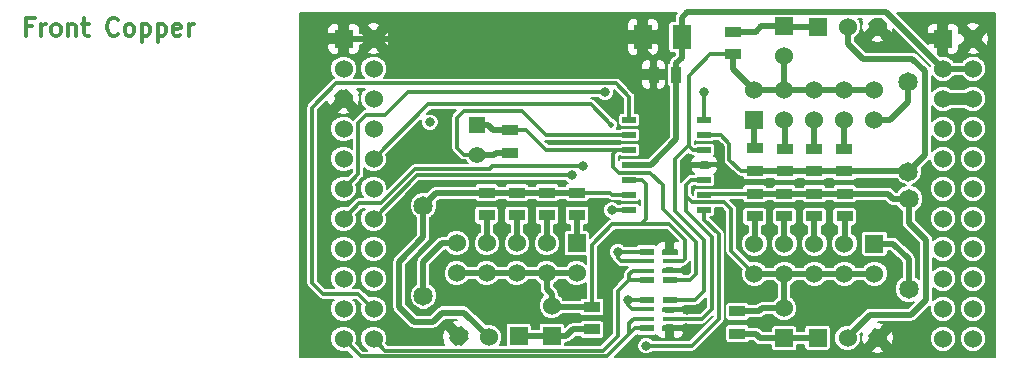
<source format=gtl>
G04 (created by PCBNEW (2013-07-07 BZR 4022)-stable) date 18/12/2013 15:58:04*
%MOIN*%
G04 Gerber Fmt 3.4, Leading zero omitted, Abs format*
%FSLAX34Y34*%
G01*
G70*
G90*
G04 APERTURE LIST*
%ADD10C,0.00590551*%
%ADD11C,0.011811*%
%ADD12R,0.055X0.055*%
%ADD13C,0.055*%
%ADD14R,0.035X0.055*%
%ADD15R,0.06X0.08*%
%ADD16R,0.06X0.06*%
%ADD17C,0.06*%
%ADD18R,0.045X0.02*%
%ADD19R,0.055X0.035*%
%ADD20C,0.065*%
%ADD21R,0.0452756X0.0248031*%
%ADD22R,0.0452756X0.0173228*%
%ADD23C,0.0314961*%
%ADD24C,0.019685*%
%ADD25C,0.0393701*%
%ADD26C,0.019685*%
%ADD27C,0.00787402*%
G04 APERTURE END LIST*
G54D10*
G54D11*
X28484Y-33453D02*
X28287Y-33453D01*
X28287Y-33762D02*
X28287Y-33172D01*
X28568Y-33172D01*
X28793Y-33762D02*
X28793Y-33368D01*
X28793Y-33481D02*
X28821Y-33425D01*
X28849Y-33397D01*
X28906Y-33368D01*
X28962Y-33368D01*
X29243Y-33762D02*
X29187Y-33734D01*
X29159Y-33706D01*
X29131Y-33650D01*
X29131Y-33481D01*
X29159Y-33425D01*
X29187Y-33397D01*
X29243Y-33368D01*
X29327Y-33368D01*
X29384Y-33397D01*
X29412Y-33425D01*
X29440Y-33481D01*
X29440Y-33650D01*
X29412Y-33706D01*
X29384Y-33734D01*
X29327Y-33762D01*
X29243Y-33762D01*
X29693Y-33368D02*
X29693Y-33762D01*
X29693Y-33425D02*
X29721Y-33397D01*
X29777Y-33368D01*
X29862Y-33368D01*
X29918Y-33397D01*
X29946Y-33453D01*
X29946Y-33762D01*
X30143Y-33368D02*
X30368Y-33368D01*
X30227Y-33172D02*
X30227Y-33678D01*
X30255Y-33734D01*
X30312Y-33762D01*
X30368Y-33762D01*
X31352Y-33706D02*
X31324Y-33734D01*
X31240Y-33762D01*
X31183Y-33762D01*
X31099Y-33734D01*
X31043Y-33678D01*
X31015Y-33622D01*
X30987Y-33509D01*
X30987Y-33425D01*
X31015Y-33312D01*
X31043Y-33256D01*
X31099Y-33200D01*
X31183Y-33172D01*
X31240Y-33172D01*
X31324Y-33200D01*
X31352Y-33228D01*
X31690Y-33762D02*
X31633Y-33734D01*
X31605Y-33706D01*
X31577Y-33650D01*
X31577Y-33481D01*
X31605Y-33425D01*
X31633Y-33397D01*
X31690Y-33368D01*
X31774Y-33368D01*
X31830Y-33397D01*
X31858Y-33425D01*
X31886Y-33481D01*
X31886Y-33650D01*
X31858Y-33706D01*
X31830Y-33734D01*
X31774Y-33762D01*
X31690Y-33762D01*
X32140Y-33368D02*
X32140Y-33959D01*
X32140Y-33397D02*
X32196Y-33368D01*
X32308Y-33368D01*
X32365Y-33397D01*
X32393Y-33425D01*
X32421Y-33481D01*
X32421Y-33650D01*
X32393Y-33706D01*
X32365Y-33734D01*
X32308Y-33762D01*
X32196Y-33762D01*
X32140Y-33734D01*
X32674Y-33368D02*
X32674Y-33959D01*
X32674Y-33397D02*
X32730Y-33368D01*
X32843Y-33368D01*
X32899Y-33397D01*
X32927Y-33425D01*
X32955Y-33481D01*
X32955Y-33650D01*
X32927Y-33706D01*
X32899Y-33734D01*
X32843Y-33762D01*
X32730Y-33762D01*
X32674Y-33734D01*
X33433Y-33734D02*
X33377Y-33762D01*
X33264Y-33762D01*
X33208Y-33734D01*
X33180Y-33678D01*
X33180Y-33453D01*
X33208Y-33397D01*
X33264Y-33368D01*
X33377Y-33368D01*
X33433Y-33397D01*
X33461Y-33453D01*
X33461Y-33509D01*
X33180Y-33565D01*
X33714Y-33762D02*
X33714Y-33368D01*
X33714Y-33481D02*
X33742Y-33425D01*
X33771Y-33397D01*
X33827Y-33368D01*
X33883Y-33368D01*
G54D12*
X43307Y-36724D03*
G54D13*
X43307Y-37724D03*
G54D14*
X49951Y-35059D03*
X49201Y-35059D03*
G54D15*
X50138Y-33809D03*
X48838Y-33809D03*
G54D16*
X38870Y-33870D03*
G54D17*
X39870Y-33870D03*
X38870Y-34870D03*
X39870Y-34870D03*
X38870Y-35870D03*
X39870Y-35870D03*
X38870Y-36870D03*
X39870Y-36870D03*
X38870Y-37870D03*
X39870Y-37870D03*
X38870Y-38870D03*
X39870Y-38870D03*
X38870Y-39870D03*
X39870Y-39870D03*
X38870Y-40870D03*
X39870Y-40870D03*
X38870Y-41870D03*
X39870Y-41870D03*
X38870Y-42870D03*
X39870Y-42870D03*
X38870Y-43870D03*
X39870Y-43870D03*
G54D16*
X58850Y-33870D03*
G54D17*
X59850Y-33870D03*
X58850Y-34870D03*
X59850Y-34870D03*
X58850Y-35870D03*
X59850Y-35870D03*
X58850Y-36870D03*
X59850Y-36870D03*
X58850Y-37870D03*
X59850Y-37870D03*
X58850Y-38870D03*
X59850Y-38870D03*
X58850Y-39870D03*
X59850Y-39870D03*
X58850Y-40870D03*
X59850Y-40870D03*
X58850Y-41870D03*
X59850Y-41870D03*
X58850Y-42870D03*
X59850Y-42870D03*
X58850Y-43870D03*
X59850Y-43870D03*
G54D18*
X48394Y-36570D03*
X48394Y-37070D03*
X48394Y-37570D03*
X48394Y-38070D03*
X48394Y-38570D03*
X48394Y-39070D03*
X48394Y-39570D03*
X50894Y-39570D03*
X50894Y-39070D03*
X50894Y-38070D03*
X50894Y-37570D03*
X50894Y-37070D03*
X50894Y-36570D03*
X50894Y-38570D03*
G54D19*
X43641Y-38995D03*
X43641Y-39745D03*
X54566Y-38288D03*
X54566Y-37538D03*
X55551Y-38288D03*
X55551Y-37538D03*
X53582Y-38288D03*
X53582Y-37538D03*
X51850Y-33630D03*
X51850Y-34380D03*
X52578Y-38268D03*
X52578Y-37518D03*
X52578Y-39034D03*
X52578Y-39784D03*
X51998Y-43701D03*
X51998Y-42951D03*
X53562Y-39034D03*
X53562Y-39784D03*
X44645Y-38995D03*
X44645Y-39745D03*
X54566Y-39034D03*
X54566Y-39784D03*
X45649Y-38995D03*
X45649Y-39745D03*
X47145Y-43554D03*
X47145Y-42804D03*
X46653Y-38995D03*
X46653Y-39745D03*
X55570Y-39034D03*
X55570Y-39784D03*
X44429Y-36908D03*
X44429Y-37658D03*
G54D20*
X57696Y-38291D03*
X57696Y-35291D03*
X41531Y-39429D03*
X41531Y-42429D03*
X57716Y-39208D03*
X57716Y-42208D03*
G54D16*
X52566Y-36582D03*
G54D17*
X52566Y-35582D03*
X53566Y-36582D03*
X53566Y-35582D03*
X54566Y-36582D03*
X54566Y-35582D03*
X55566Y-36582D03*
X55566Y-35582D03*
X56566Y-36582D03*
X56566Y-35582D03*
G54D16*
X46645Y-40681D03*
G54D17*
X46645Y-41681D03*
X45645Y-40681D03*
X45645Y-41681D03*
X44645Y-40681D03*
X44645Y-41681D03*
X43645Y-40681D03*
X43645Y-41681D03*
X42645Y-40681D03*
X42645Y-41681D03*
G54D16*
X56566Y-40700D03*
G54D17*
X56566Y-41700D03*
X55566Y-40700D03*
X55566Y-41700D03*
X54566Y-40700D03*
X54566Y-41700D03*
X53566Y-40700D03*
X53566Y-41700D03*
X52566Y-40700D03*
X52566Y-41700D03*
G54D16*
X54669Y-33464D03*
G54D17*
X55669Y-33464D03*
X56669Y-33464D03*
G54D16*
X54669Y-43838D03*
G54D17*
X55669Y-43838D03*
X56669Y-43838D03*
G54D16*
X44710Y-43769D03*
G54D17*
X43710Y-43809D03*
X42710Y-43769D03*
G54D16*
X53553Y-43846D03*
G54D17*
X53553Y-42846D03*
G54D16*
X53553Y-33456D03*
G54D17*
X53553Y-34456D03*
G54D16*
X45807Y-43767D03*
G54D17*
X45807Y-42767D03*
G54D21*
X49744Y-41909D03*
G54D22*
X49744Y-41594D03*
X49744Y-41279D03*
G54D21*
X49744Y-40964D03*
X48972Y-41909D03*
G54D22*
X48972Y-41594D03*
X48972Y-41279D03*
G54D21*
X48972Y-40964D03*
X49744Y-43513D03*
G54D22*
X49744Y-43198D03*
X49744Y-42883D03*
G54D21*
X49744Y-42568D03*
X48972Y-43513D03*
G54D22*
X48972Y-43198D03*
X48972Y-42883D03*
G54D21*
X48972Y-42568D03*
G54D23*
X41740Y-36653D03*
G54D24*
X47795Y-36732D03*
G54D23*
X47807Y-39574D03*
X47598Y-35653D03*
X50897Y-35653D03*
X48956Y-44094D03*
X46488Y-38421D03*
X48011Y-40964D03*
X46838Y-38114D03*
X48366Y-42568D03*
X42736Y-42480D03*
X42196Y-39901D03*
X48868Y-36033D03*
X56712Y-42509D03*
X57283Y-40167D03*
X50295Y-43513D03*
X50305Y-42893D03*
X50236Y-41574D03*
X49734Y-40492D03*
X50314Y-38169D03*
X46250Y-42165D03*
G54D25*
X59850Y-35870D02*
X58850Y-35870D01*
G54D11*
X47106Y-36043D02*
X41696Y-36043D01*
X47795Y-36732D02*
X47106Y-36043D01*
X39870Y-37870D02*
X41696Y-36043D01*
X48394Y-39570D02*
X47811Y-39570D01*
X47811Y-39570D02*
X47807Y-39574D01*
X47598Y-35653D02*
X41007Y-35653D01*
X39358Y-38381D02*
X38870Y-38870D01*
X39358Y-36673D02*
X39358Y-38381D01*
X39633Y-36397D02*
X39358Y-36673D01*
X40263Y-36397D02*
X39633Y-36397D01*
X41007Y-35653D02*
X40263Y-36397D01*
X50894Y-36570D02*
X50894Y-35656D01*
X47598Y-35653D02*
X47574Y-35677D01*
X50894Y-35656D02*
X50897Y-35653D01*
X50482Y-44094D02*
X51377Y-43198D01*
X51377Y-43198D02*
X51377Y-40383D01*
X51377Y-40383D02*
X50894Y-39900D01*
X50894Y-39570D02*
X50894Y-39900D01*
X48956Y-44094D02*
X50482Y-44094D01*
X48394Y-35957D02*
X48394Y-35796D01*
X48394Y-36570D02*
X48394Y-35957D01*
X38622Y-35354D02*
X37818Y-36157D01*
X47952Y-35354D02*
X38622Y-35354D01*
X48394Y-35796D02*
X47952Y-35354D01*
X39870Y-42870D02*
X39858Y-42870D01*
X37818Y-42007D02*
X37818Y-36157D01*
X38181Y-42370D02*
X37818Y-42007D01*
X39358Y-42370D02*
X38181Y-42370D01*
X39858Y-42870D02*
X39358Y-42370D01*
G54D26*
X45807Y-43767D02*
X46291Y-43767D01*
X46504Y-43554D02*
X47145Y-43554D01*
X46291Y-43767D02*
X46504Y-43554D01*
X44710Y-43769D02*
X45805Y-43769D01*
X45805Y-43769D02*
X45807Y-43767D01*
X54669Y-33464D02*
X53561Y-33464D01*
X53561Y-33464D02*
X53553Y-33456D01*
X53553Y-33456D02*
X52783Y-33456D01*
X52609Y-33630D02*
X51850Y-33630D01*
X52783Y-33456D02*
X52609Y-33630D01*
X51998Y-43701D02*
X52609Y-43701D01*
X52753Y-43846D02*
X53553Y-43846D01*
X52609Y-43701D02*
X52753Y-43846D01*
X53553Y-43846D02*
X54661Y-43846D01*
X54661Y-43846D02*
X54669Y-43838D01*
X43641Y-38995D02*
X41965Y-38995D01*
X41965Y-38995D02*
X41531Y-39429D01*
X42893Y-42992D02*
X42165Y-42992D01*
X42165Y-42992D02*
X41862Y-43295D01*
X41862Y-43295D02*
X41208Y-43295D01*
X41208Y-43295D02*
X40720Y-42807D01*
X40720Y-42807D02*
X40720Y-41299D01*
X40720Y-41299D02*
X41531Y-40488D01*
X41531Y-40488D02*
X41531Y-39429D01*
X43710Y-43809D02*
X42893Y-42992D01*
G54D11*
X46653Y-38995D02*
X47754Y-38995D01*
X47830Y-39070D02*
X48394Y-39070D01*
X47754Y-38995D02*
X47830Y-39070D01*
G54D26*
X44645Y-38995D02*
X43641Y-38995D01*
X45649Y-38995D02*
X44645Y-38995D01*
X46653Y-38995D02*
X45649Y-38995D01*
G54D11*
X52578Y-38268D02*
X52107Y-38268D01*
X51440Y-37070D02*
X50894Y-37070D01*
X51732Y-37362D02*
X51440Y-37070D01*
X51732Y-37893D02*
X51732Y-37362D01*
X52107Y-38268D02*
X51732Y-37893D01*
G54D26*
X57834Y-34527D02*
X56171Y-34527D01*
X57834Y-34527D02*
X58248Y-34940D01*
X58248Y-34940D02*
X58248Y-37740D01*
X57696Y-38291D02*
X58248Y-37740D01*
X55669Y-34025D02*
X55669Y-33464D01*
X56171Y-34527D02*
X55669Y-34025D01*
X54566Y-38288D02*
X53582Y-38288D01*
X55551Y-38288D02*
X54566Y-38288D01*
X55551Y-38288D02*
X56319Y-38288D01*
X56319Y-38288D02*
X57693Y-38288D01*
X57693Y-38288D02*
X57696Y-38291D01*
X53582Y-38288D02*
X52598Y-38288D01*
X52598Y-38288D02*
X52578Y-38268D01*
G54D11*
X52578Y-39034D02*
X50931Y-39034D01*
X50931Y-39034D02*
X50894Y-39070D01*
G54D26*
X55669Y-43838D02*
X55669Y-43799D01*
X57795Y-43061D02*
X58287Y-42568D01*
X56407Y-43061D02*
X57795Y-43061D01*
X55669Y-43799D02*
X56407Y-43061D01*
X57716Y-39208D02*
X57716Y-40000D01*
X58287Y-40570D02*
X58287Y-42568D01*
X58287Y-42568D02*
X58287Y-42578D01*
X57716Y-40000D02*
X58287Y-40570D01*
X55570Y-39034D02*
X57026Y-39034D01*
X57200Y-39208D02*
X57716Y-39208D01*
X57026Y-39034D02*
X57200Y-39208D01*
X54566Y-39034D02*
X55570Y-39034D01*
X53562Y-39034D02*
X54566Y-39034D01*
X52578Y-39034D02*
X53562Y-39034D01*
G54D11*
X48972Y-41279D02*
X48129Y-41279D01*
X48011Y-41161D02*
X48011Y-40964D01*
X48129Y-41279D02*
X48011Y-41161D01*
X46488Y-38421D02*
X41318Y-38421D01*
X39870Y-39870D02*
X41318Y-38421D01*
X48011Y-40964D02*
X48972Y-40964D01*
X48972Y-42883D02*
X48494Y-42883D01*
X48366Y-42755D02*
X48366Y-42568D01*
X48494Y-42883D02*
X48366Y-42755D01*
X43834Y-38122D02*
X46830Y-38122D01*
X43834Y-38122D02*
X43736Y-38220D01*
X43736Y-38220D02*
X41241Y-38220D01*
X41241Y-38220D02*
X40115Y-39346D01*
X40115Y-39346D02*
X39393Y-39346D01*
X38870Y-39870D02*
X39393Y-39346D01*
X46830Y-38122D02*
X46838Y-38114D01*
X48366Y-42568D02*
X48972Y-42568D01*
X42972Y-44259D02*
X40259Y-44259D01*
X40259Y-44259D02*
X39870Y-43870D01*
X48972Y-41594D02*
X48513Y-41594D01*
X48385Y-41722D02*
X48385Y-41909D01*
X48513Y-41594D02*
X48385Y-41722D01*
X48972Y-41909D02*
X48385Y-41909D01*
X48385Y-41909D02*
X48375Y-41909D01*
X47511Y-44259D02*
X48011Y-43759D01*
X42960Y-44259D02*
X42972Y-44259D01*
X42972Y-44259D02*
X47511Y-44259D01*
X48011Y-42273D02*
X48011Y-43759D01*
X48375Y-41909D02*
X48011Y-42273D01*
X48972Y-43198D02*
X48543Y-43198D01*
X48385Y-43356D02*
X48385Y-43720D01*
X48543Y-43198D02*
X48385Y-43356D01*
X48972Y-43513D02*
X48592Y-43513D01*
X38870Y-43889D02*
X38870Y-43870D01*
X47649Y-44456D02*
X48051Y-44055D01*
X39437Y-44456D02*
X47649Y-44456D01*
X38870Y-43889D02*
X39437Y-44456D01*
X48592Y-43513D02*
X48385Y-43720D01*
X48385Y-43720D02*
X48051Y-44055D01*
X48809Y-40039D02*
X49724Y-40039D01*
X50177Y-41279D02*
X49744Y-41279D01*
X50255Y-41200D02*
X50177Y-41279D01*
X50255Y-40570D02*
X50255Y-41200D01*
X49724Y-40039D02*
X50255Y-40570D01*
X48937Y-39881D02*
X48937Y-38700D01*
X47145Y-40728D02*
X47834Y-40039D01*
X47834Y-40039D02*
X48809Y-40039D01*
X48809Y-40039D02*
X48779Y-40039D01*
X48779Y-40039D02*
X48937Y-39881D01*
X47145Y-42804D02*
X47145Y-40728D01*
X48807Y-38570D02*
X48394Y-38570D01*
X48937Y-38700D02*
X48807Y-38570D01*
G54D26*
X47145Y-42804D02*
X45843Y-42804D01*
X45843Y-42804D02*
X45807Y-42767D01*
X45807Y-42767D02*
X45807Y-42362D01*
X45645Y-42200D02*
X45645Y-41681D01*
X45807Y-42362D02*
X45645Y-42200D01*
X45645Y-41681D02*
X46645Y-41681D01*
X44645Y-41681D02*
X45645Y-41681D01*
X43645Y-41681D02*
X44645Y-41681D01*
X42645Y-41681D02*
X43645Y-41681D01*
X42637Y-41688D02*
X42645Y-41681D01*
G54D11*
X50374Y-37440D02*
X50354Y-37440D01*
X50600Y-42568D02*
X49744Y-42568D01*
X50885Y-42283D02*
X50600Y-42568D01*
X50885Y-40570D02*
X50885Y-42283D01*
X49921Y-39606D02*
X50885Y-40570D01*
X49921Y-37874D02*
X49921Y-39606D01*
X50354Y-37440D02*
X49921Y-37874D01*
X51850Y-34380D02*
X51091Y-34380D01*
X50503Y-37570D02*
X50894Y-37570D01*
X50374Y-37440D02*
X50503Y-37570D01*
X50374Y-35098D02*
X50374Y-37440D01*
X51091Y-34380D02*
X50374Y-35098D01*
G54D26*
X53553Y-34456D02*
X53553Y-35568D01*
X53553Y-35568D02*
X53566Y-35582D01*
X52566Y-35582D02*
X52561Y-35582D01*
X51850Y-34872D02*
X51850Y-34380D01*
X52561Y-35582D02*
X51850Y-34872D01*
X55566Y-35582D02*
X56566Y-35582D01*
X53566Y-35582D02*
X52566Y-35582D01*
X54566Y-35582D02*
X53566Y-35582D01*
X55566Y-35582D02*
X54566Y-35582D01*
G54D11*
X50275Y-39094D02*
X50275Y-39606D01*
X50816Y-43198D02*
X49744Y-43198D01*
X51141Y-42874D02*
X50816Y-43198D01*
X51141Y-40472D02*
X51141Y-42874D01*
X50275Y-39606D02*
X51141Y-40472D01*
X52566Y-41700D02*
X51791Y-40925D01*
X50444Y-38570D02*
X50894Y-38570D01*
X50275Y-38740D02*
X50444Y-38570D01*
X50275Y-39094D02*
X50275Y-38740D01*
X50492Y-39311D02*
X50275Y-39094D01*
X51555Y-39311D02*
X50492Y-39311D01*
X51791Y-39547D02*
X51555Y-39311D01*
X51791Y-40925D02*
X51791Y-39547D01*
G54D26*
X53553Y-42846D02*
X53553Y-41714D01*
X53553Y-41714D02*
X53566Y-41700D01*
X53553Y-42846D02*
X52832Y-42846D01*
X52727Y-42951D02*
X51998Y-42951D01*
X52832Y-42846D02*
X52727Y-42951D01*
X52578Y-41712D02*
X52566Y-41700D01*
X55566Y-41700D02*
X56566Y-41700D01*
X54566Y-41700D02*
X55566Y-41700D01*
X53566Y-41700D02*
X54566Y-41700D01*
X52566Y-41700D02*
X53566Y-41700D01*
G54D11*
X48394Y-37570D02*
X45622Y-37570D01*
X44959Y-36908D02*
X44429Y-36908D01*
X45622Y-37570D02*
X44959Y-36908D01*
X49507Y-38740D02*
X49507Y-39527D01*
X49507Y-39527D02*
X50629Y-40649D01*
X50629Y-40649D02*
X50629Y-41712D01*
X50629Y-41712D02*
X50433Y-41909D01*
X50433Y-41909D02*
X49744Y-41909D01*
X49094Y-38326D02*
X49507Y-38740D01*
X48051Y-38326D02*
X49094Y-38326D01*
X47854Y-38129D02*
X48051Y-38326D01*
X47854Y-37696D02*
X47854Y-38129D01*
X47952Y-37598D02*
X47854Y-37696D01*
X47980Y-37570D02*
X47952Y-37598D01*
X48394Y-37570D02*
X47980Y-37570D01*
G54D26*
X43307Y-36724D02*
X43673Y-36724D01*
X43673Y-36724D02*
X43857Y-36908D01*
X43857Y-36908D02*
X44429Y-36908D01*
G54D11*
X43307Y-37724D02*
X42881Y-37724D01*
X45614Y-37070D02*
X48394Y-37070D01*
X44803Y-36259D02*
X45614Y-37070D01*
X42893Y-36259D02*
X44803Y-36259D01*
X42657Y-36496D02*
X42893Y-36259D01*
X42657Y-37500D02*
X42657Y-36496D01*
X42881Y-37724D02*
X42657Y-37500D01*
G54D26*
X44429Y-37658D02*
X43955Y-37658D01*
X43889Y-37724D02*
X43307Y-37724D01*
X43955Y-37658D02*
X43889Y-37724D01*
G54D11*
X42736Y-42480D02*
X42291Y-42480D01*
X42196Y-40251D02*
X42196Y-39901D01*
X41000Y-41448D02*
X42196Y-40251D01*
X41000Y-42637D02*
X41000Y-41448D01*
X41370Y-43007D02*
X41000Y-42637D01*
X41763Y-43007D02*
X41370Y-43007D01*
X42291Y-42480D02*
X41763Y-43007D01*
X49744Y-43513D02*
X50295Y-43513D01*
X49744Y-42883D02*
X50295Y-42883D01*
X50295Y-42883D02*
X50305Y-42893D01*
X49744Y-41594D02*
X50216Y-41594D01*
X50216Y-41594D02*
X50236Y-41574D01*
X49744Y-40964D02*
X49744Y-40501D01*
X49744Y-40501D02*
X49734Y-40492D01*
G54D26*
X39870Y-33870D02*
X48777Y-33870D01*
X48777Y-33870D02*
X48838Y-33809D01*
X38870Y-33870D02*
X39870Y-33870D01*
X50894Y-38070D02*
X50413Y-38070D01*
X50413Y-38070D02*
X50314Y-38169D01*
X49201Y-35059D02*
X49201Y-34615D01*
X49201Y-34615D02*
X48838Y-34251D01*
X48838Y-34251D02*
X48838Y-33809D01*
X46250Y-42165D02*
X46240Y-42175D01*
X54566Y-37538D02*
X54566Y-36582D01*
X43641Y-39745D02*
X43641Y-40677D01*
X43641Y-40677D02*
X43645Y-40681D01*
X44645Y-40681D02*
X44645Y-39745D01*
X45649Y-39745D02*
X45649Y-40677D01*
X45649Y-40677D02*
X45645Y-40681D01*
X46645Y-40681D02*
X46645Y-39752D01*
X46645Y-39752D02*
X46653Y-39745D01*
X54566Y-40700D02*
X54566Y-39784D01*
X54566Y-39843D02*
X54507Y-39784D01*
X56566Y-40700D02*
X57196Y-40700D01*
X57716Y-41220D02*
X57716Y-42208D01*
X57196Y-40700D02*
X57716Y-41220D01*
X55570Y-39784D02*
X55570Y-40696D01*
X55570Y-40696D02*
X55566Y-40700D01*
X53562Y-39784D02*
X53562Y-40696D01*
X53562Y-40696D02*
X53566Y-40700D01*
X52578Y-39784D02*
X52578Y-40688D01*
X52578Y-40688D02*
X52566Y-40700D01*
X52566Y-36582D02*
X52566Y-37506D01*
X52566Y-37506D02*
X52578Y-37518D01*
X56566Y-36582D02*
X57078Y-36582D01*
X57696Y-35964D02*
X57696Y-35291D01*
X57078Y-36582D02*
X57696Y-35964D01*
X53582Y-37538D02*
X53582Y-36598D01*
X53582Y-36598D02*
X53566Y-36582D01*
X41531Y-42429D02*
X41531Y-41307D01*
X42157Y-40681D02*
X42645Y-40681D01*
X41531Y-41307D02*
X42157Y-40681D01*
X55566Y-36582D02*
X55566Y-37522D01*
X55566Y-37522D02*
X55551Y-37538D01*
X50138Y-33809D02*
X50138Y-33168D01*
X56952Y-32972D02*
X58850Y-34870D01*
X50334Y-32972D02*
X56952Y-32972D01*
X50138Y-33168D02*
X50334Y-32972D01*
X59850Y-34870D02*
X58850Y-34870D01*
X48394Y-38070D02*
X49104Y-38070D01*
X49951Y-37223D02*
X49951Y-35059D01*
X49104Y-38070D02*
X49951Y-37223D01*
X49951Y-35059D02*
X49951Y-34684D01*
X50138Y-34497D02*
X50138Y-33809D01*
X49951Y-34684D02*
X50138Y-34497D01*
G54D10*
G36*
X46948Y-42491D02*
X46843Y-42491D01*
X46792Y-42512D01*
X46753Y-42550D01*
X46746Y-42567D01*
X46198Y-42567D01*
X46178Y-42520D01*
X46055Y-42396D01*
X46043Y-42391D01*
X46043Y-42362D01*
X46025Y-42271D01*
X46025Y-42271D01*
X45974Y-42195D01*
X45881Y-42102D01*
X45881Y-42057D01*
X45893Y-42052D01*
X46016Y-41929D01*
X46021Y-41917D01*
X46269Y-41917D01*
X46274Y-41928D01*
X46397Y-42052D01*
X46558Y-42118D01*
X46732Y-42118D01*
X46893Y-42052D01*
X46948Y-41997D01*
X46948Y-42491D01*
X46948Y-42491D01*
G37*
G54D27*
X46948Y-42491D02*
X46843Y-42491D01*
X46792Y-42512D01*
X46753Y-42550D01*
X46746Y-42567D01*
X46198Y-42567D01*
X46178Y-42520D01*
X46055Y-42396D01*
X46043Y-42391D01*
X46043Y-42362D01*
X46025Y-42271D01*
X46025Y-42271D01*
X45974Y-42195D01*
X45881Y-42102D01*
X45881Y-42057D01*
X45893Y-42052D01*
X46016Y-41929D01*
X46021Y-41917D01*
X46269Y-41917D01*
X46274Y-41928D01*
X46397Y-42052D01*
X46558Y-42118D01*
X46732Y-42118D01*
X46893Y-42052D01*
X46948Y-41997D01*
X46948Y-42491D01*
G54D10*
G36*
X49971Y-33001D02*
X49919Y-33078D01*
X49901Y-33168D01*
X49901Y-33271D01*
X49810Y-33271D01*
X49760Y-33292D01*
X49721Y-33330D01*
X49700Y-33381D01*
X49700Y-33436D01*
X49700Y-34236D01*
X49721Y-34287D01*
X49760Y-34325D01*
X49810Y-34346D01*
X49865Y-34346D01*
X49901Y-34346D01*
X49901Y-34399D01*
X49784Y-34517D01*
X49733Y-34593D01*
X49720Y-34658D01*
X49698Y-34667D01*
X49660Y-34705D01*
X49639Y-34756D01*
X49638Y-34811D01*
X49638Y-35361D01*
X49659Y-35412D01*
X49698Y-35450D01*
X49715Y-35457D01*
X49715Y-37125D01*
X49613Y-37228D01*
X49613Y-35287D01*
X49613Y-34830D01*
X49612Y-34736D01*
X49576Y-34650D01*
X49510Y-34583D01*
X49423Y-34547D01*
X49374Y-34547D01*
X49374Y-34162D01*
X49374Y-33455D01*
X49374Y-33361D01*
X49338Y-33275D01*
X49271Y-33208D01*
X49184Y-33172D01*
X49047Y-33172D01*
X48988Y-33231D01*
X48988Y-33609D01*
X49315Y-33609D01*
X49374Y-33550D01*
X49374Y-33455D01*
X49374Y-34162D01*
X49374Y-34068D01*
X49315Y-34009D01*
X48988Y-34009D01*
X48988Y-34386D01*
X49047Y-34445D01*
X49184Y-34445D01*
X49271Y-34409D01*
X49338Y-34343D01*
X49374Y-34256D01*
X49374Y-34162D01*
X49374Y-34547D01*
X49348Y-34547D01*
X49289Y-34606D01*
X49289Y-34921D01*
X49553Y-34921D01*
X49612Y-34862D01*
X49613Y-34830D01*
X49613Y-35287D01*
X49612Y-35255D01*
X49553Y-35196D01*
X49289Y-35196D01*
X49289Y-35511D01*
X49348Y-35570D01*
X49423Y-35570D01*
X49510Y-35534D01*
X49576Y-35468D01*
X49612Y-35381D01*
X49613Y-35287D01*
X49613Y-37228D01*
X49114Y-37726D01*
X49114Y-35511D01*
X49114Y-35196D01*
X49114Y-34921D01*
X49114Y-34606D01*
X49055Y-34547D01*
X48979Y-34547D01*
X48893Y-34583D01*
X48826Y-34650D01*
X48790Y-34736D01*
X48790Y-34830D01*
X48790Y-34862D01*
X48849Y-34921D01*
X49114Y-34921D01*
X49114Y-35196D01*
X48849Y-35196D01*
X48790Y-35255D01*
X48790Y-35287D01*
X48790Y-35381D01*
X48826Y-35468D01*
X48893Y-35534D01*
X48979Y-35570D01*
X49055Y-35570D01*
X49114Y-35511D01*
X49114Y-37726D01*
X49006Y-37834D01*
X48651Y-37834D01*
X48647Y-37833D01*
X48592Y-37833D01*
X48142Y-37833D01*
X48091Y-37853D01*
X48053Y-37892D01*
X48051Y-37897D01*
X48051Y-37778D01*
X48061Y-37767D01*
X48071Y-37767D01*
X48091Y-37787D01*
X48142Y-37808D01*
X48197Y-37808D01*
X48647Y-37808D01*
X48697Y-37787D01*
X48736Y-37749D01*
X48757Y-37698D01*
X48757Y-37643D01*
X48757Y-37443D01*
X48736Y-37392D01*
X48698Y-37354D01*
X48647Y-37333D01*
X48592Y-37333D01*
X48142Y-37333D01*
X48091Y-37353D01*
X48071Y-37374D01*
X47980Y-37374D01*
X45703Y-37374D01*
X45593Y-37263D01*
X45614Y-37267D01*
X45614Y-37267D01*
X48071Y-37267D01*
X48091Y-37287D01*
X48142Y-37308D01*
X48197Y-37308D01*
X48647Y-37308D01*
X48697Y-37287D01*
X48736Y-37249D01*
X48757Y-37198D01*
X48757Y-37143D01*
X48757Y-36943D01*
X48736Y-36892D01*
X48698Y-36854D01*
X48647Y-36833D01*
X48592Y-36833D01*
X48142Y-36833D01*
X48091Y-36853D01*
X48071Y-36874D01*
X47987Y-36874D01*
X47995Y-36866D01*
X48031Y-36779D01*
X48031Y-36685D01*
X47995Y-36598D01*
X47929Y-36532D01*
X47842Y-36496D01*
X47837Y-36496D01*
X47245Y-35904D01*
X47181Y-35861D01*
X47126Y-35850D01*
X47377Y-35850D01*
X47430Y-35903D01*
X47539Y-35948D01*
X47656Y-35948D01*
X47765Y-35904D01*
X47848Y-35821D01*
X47893Y-35712D01*
X47893Y-35595D01*
X47878Y-35558D01*
X48198Y-35877D01*
X48198Y-35957D01*
X48198Y-36333D01*
X48142Y-36333D01*
X48091Y-36353D01*
X48053Y-36392D01*
X48032Y-36443D01*
X48032Y-36498D01*
X48032Y-36698D01*
X48052Y-36748D01*
X48091Y-36787D01*
X48142Y-36808D01*
X48197Y-36808D01*
X48647Y-36808D01*
X48697Y-36787D01*
X48736Y-36749D01*
X48757Y-36698D01*
X48757Y-36643D01*
X48757Y-36443D01*
X48736Y-36392D01*
X48698Y-36354D01*
X48688Y-36350D01*
X48688Y-34386D01*
X48688Y-34009D01*
X48688Y-33609D01*
X48688Y-33231D01*
X48629Y-33172D01*
X48491Y-33172D01*
X48404Y-33208D01*
X48338Y-33275D01*
X48302Y-33361D01*
X48301Y-33455D01*
X48301Y-33550D01*
X48361Y-33609D01*
X48688Y-33609D01*
X48688Y-34009D01*
X48361Y-34009D01*
X48301Y-34068D01*
X48301Y-34162D01*
X48302Y-34256D01*
X48338Y-34343D01*
X48404Y-34409D01*
X48491Y-34445D01*
X48629Y-34445D01*
X48688Y-34386D01*
X48688Y-36350D01*
X48647Y-36333D01*
X48592Y-36333D01*
X48591Y-36333D01*
X48591Y-35957D01*
X48591Y-35796D01*
X48591Y-35796D01*
X48576Y-35721D01*
X48534Y-35657D01*
X48534Y-35657D01*
X48091Y-35215D01*
X48028Y-35172D01*
X47952Y-35157D01*
X40416Y-35157D01*
X40416Y-33846D01*
X40383Y-33682D01*
X40304Y-33648D01*
X40092Y-33860D01*
X40092Y-33435D01*
X40057Y-33356D01*
X39846Y-33323D01*
X39682Y-33356D01*
X39648Y-33435D01*
X39870Y-33657D01*
X40092Y-33435D01*
X40092Y-33860D01*
X40082Y-33870D01*
X40304Y-34092D01*
X40383Y-34057D01*
X40416Y-33846D01*
X40416Y-35157D01*
X40201Y-35157D01*
X40241Y-35118D01*
X40307Y-34957D01*
X40307Y-34783D01*
X40241Y-34622D01*
X40118Y-34499D01*
X40092Y-34488D01*
X40092Y-34304D01*
X39870Y-34082D01*
X39657Y-34294D01*
X39657Y-33870D01*
X39435Y-33648D01*
X39406Y-33660D01*
X39406Y-33523D01*
X39370Y-33436D01*
X39304Y-33369D01*
X39217Y-33333D01*
X39123Y-33333D01*
X39079Y-33333D01*
X39020Y-33392D01*
X39020Y-33720D01*
X39133Y-33720D01*
X39133Y-34020D01*
X39020Y-34020D01*
X39020Y-34347D01*
X39079Y-34406D01*
X39123Y-34406D01*
X39217Y-34406D01*
X39304Y-34370D01*
X39370Y-34303D01*
X39406Y-34216D01*
X39406Y-34079D01*
X39435Y-34092D01*
X39657Y-33870D01*
X39657Y-34294D01*
X39648Y-34304D01*
X39682Y-34383D01*
X39893Y-34416D01*
X40057Y-34383D01*
X40092Y-34304D01*
X40092Y-34488D01*
X39957Y-34432D01*
X39783Y-34432D01*
X39622Y-34498D01*
X39499Y-34621D01*
X39432Y-34782D01*
X39432Y-34956D01*
X39498Y-35117D01*
X39538Y-35157D01*
X39201Y-35157D01*
X39241Y-35118D01*
X39307Y-34957D01*
X39307Y-34783D01*
X39241Y-34622D01*
X39118Y-34499D01*
X38957Y-34432D01*
X38783Y-34432D01*
X38720Y-34458D01*
X38720Y-34347D01*
X38720Y-34020D01*
X38720Y-33720D01*
X38720Y-33392D01*
X38661Y-33333D01*
X38616Y-33333D01*
X38522Y-33333D01*
X38436Y-33369D01*
X38369Y-33436D01*
X38333Y-33523D01*
X38333Y-33661D01*
X38392Y-33720D01*
X38720Y-33720D01*
X38720Y-34020D01*
X38392Y-34020D01*
X38333Y-34079D01*
X38333Y-34216D01*
X38369Y-34303D01*
X38436Y-34370D01*
X38522Y-34406D01*
X38616Y-34406D01*
X38661Y-34406D01*
X38720Y-34347D01*
X38720Y-34458D01*
X38622Y-34498D01*
X38499Y-34621D01*
X38432Y-34782D01*
X38432Y-34956D01*
X38498Y-35117D01*
X38552Y-35171D01*
X38546Y-35172D01*
X38482Y-35215D01*
X37679Y-36018D01*
X37637Y-36082D01*
X37622Y-36157D01*
X37622Y-42007D01*
X37637Y-42083D01*
X37679Y-42147D01*
X38041Y-42509D01*
X38041Y-42509D01*
X38105Y-42551D01*
X38181Y-42566D01*
X38554Y-42566D01*
X38499Y-42621D01*
X38432Y-42782D01*
X38432Y-42956D01*
X38498Y-43117D01*
X38621Y-43241D01*
X38782Y-43307D01*
X38956Y-43307D01*
X39117Y-43241D01*
X39241Y-43118D01*
X39307Y-42957D01*
X39307Y-42783D01*
X39241Y-42622D01*
X39186Y-42566D01*
X39276Y-42566D01*
X39449Y-42740D01*
X39432Y-42782D01*
X39432Y-42956D01*
X39498Y-43117D01*
X39621Y-43241D01*
X39782Y-43307D01*
X39956Y-43307D01*
X40117Y-43241D01*
X40241Y-43118D01*
X40307Y-42957D01*
X40307Y-42783D01*
X40307Y-41783D01*
X40307Y-40783D01*
X40241Y-40622D01*
X40118Y-40499D01*
X39957Y-40432D01*
X39783Y-40432D01*
X39622Y-40498D01*
X39499Y-40621D01*
X39432Y-40782D01*
X39432Y-40956D01*
X39498Y-41117D01*
X39621Y-41241D01*
X39782Y-41307D01*
X39956Y-41307D01*
X40117Y-41241D01*
X40241Y-41118D01*
X40307Y-40957D01*
X40307Y-40783D01*
X40307Y-41783D01*
X40241Y-41622D01*
X40118Y-41499D01*
X39957Y-41432D01*
X39783Y-41432D01*
X39622Y-41498D01*
X39499Y-41621D01*
X39432Y-41782D01*
X39432Y-41956D01*
X39498Y-42117D01*
X39621Y-42241D01*
X39782Y-42307D01*
X39956Y-42307D01*
X40117Y-42241D01*
X40241Y-42118D01*
X40307Y-41957D01*
X40307Y-41783D01*
X40307Y-42783D01*
X40241Y-42622D01*
X40118Y-42499D01*
X39957Y-42432D01*
X39783Y-42432D01*
X39723Y-42456D01*
X39497Y-42230D01*
X39433Y-42188D01*
X39358Y-42173D01*
X39186Y-42173D01*
X39241Y-42118D01*
X39307Y-41957D01*
X39307Y-41783D01*
X39307Y-40783D01*
X39241Y-40622D01*
X39118Y-40499D01*
X38957Y-40432D01*
X38783Y-40432D01*
X38622Y-40498D01*
X38499Y-40621D01*
X38432Y-40782D01*
X38432Y-40956D01*
X38498Y-41117D01*
X38621Y-41241D01*
X38782Y-41307D01*
X38956Y-41307D01*
X39117Y-41241D01*
X39241Y-41118D01*
X39307Y-40957D01*
X39307Y-40783D01*
X39307Y-41783D01*
X39241Y-41622D01*
X39118Y-41499D01*
X38957Y-41432D01*
X38783Y-41432D01*
X38622Y-41498D01*
X38499Y-41621D01*
X38432Y-41782D01*
X38432Y-41956D01*
X38498Y-42117D01*
X38554Y-42173D01*
X38262Y-42173D01*
X38015Y-41926D01*
X38015Y-36239D01*
X38330Y-35924D01*
X38356Y-36057D01*
X38435Y-36092D01*
X38657Y-35870D01*
X38577Y-35789D01*
X38789Y-35577D01*
X38870Y-35657D01*
X38950Y-35577D01*
X39162Y-35789D01*
X39082Y-35870D01*
X39304Y-36092D01*
X39383Y-36057D01*
X39416Y-35846D01*
X39389Y-35712D01*
X39437Y-35664D01*
X39323Y-35551D01*
X39569Y-35551D01*
X39499Y-35621D01*
X39432Y-35782D01*
X39432Y-35956D01*
X39498Y-36117D01*
X39590Y-36209D01*
X39558Y-36215D01*
X39494Y-36258D01*
X39416Y-36336D01*
X39219Y-36534D01*
X39192Y-36573D01*
X39118Y-36499D01*
X39092Y-36488D01*
X39092Y-36304D01*
X38870Y-36082D01*
X38648Y-36304D01*
X38682Y-36383D01*
X38893Y-36416D01*
X39057Y-36383D01*
X39092Y-36304D01*
X39092Y-36488D01*
X38957Y-36432D01*
X38783Y-36432D01*
X38622Y-36498D01*
X38499Y-36621D01*
X38432Y-36782D01*
X38432Y-36956D01*
X38498Y-37117D01*
X38621Y-37241D01*
X38782Y-37307D01*
X38956Y-37307D01*
X39117Y-37241D01*
X39161Y-37197D01*
X39161Y-37542D01*
X39118Y-37499D01*
X38957Y-37432D01*
X38783Y-37432D01*
X38622Y-37498D01*
X38499Y-37621D01*
X38432Y-37782D01*
X38432Y-37956D01*
X38498Y-38117D01*
X38621Y-38241D01*
X38782Y-38307D01*
X38956Y-38307D01*
X39117Y-38241D01*
X39161Y-38197D01*
X39161Y-38300D01*
X39008Y-38453D01*
X38957Y-38432D01*
X38783Y-38432D01*
X38622Y-38498D01*
X38499Y-38621D01*
X38432Y-38782D01*
X38432Y-38956D01*
X38498Y-39117D01*
X38621Y-39241D01*
X38782Y-39307D01*
X38956Y-39307D01*
X39117Y-39241D01*
X39241Y-39118D01*
X39307Y-38957D01*
X39307Y-38783D01*
X39286Y-38731D01*
X39497Y-38521D01*
X39497Y-38521D01*
X39540Y-38457D01*
X39555Y-38381D01*
X39555Y-38381D01*
X39555Y-38174D01*
X39621Y-38241D01*
X39782Y-38307D01*
X39956Y-38307D01*
X40117Y-38241D01*
X40241Y-38118D01*
X40307Y-37957D01*
X40307Y-37783D01*
X40286Y-37731D01*
X41459Y-36558D01*
X41444Y-36594D01*
X41444Y-36712D01*
X41489Y-36820D01*
X41572Y-36903D01*
X41681Y-36948D01*
X41798Y-36948D01*
X41907Y-36904D01*
X41990Y-36821D01*
X42035Y-36712D01*
X42035Y-36595D01*
X41990Y-36486D01*
X41907Y-36403D01*
X41799Y-36358D01*
X41681Y-36358D01*
X41645Y-36373D01*
X41778Y-36240D01*
X42634Y-36240D01*
X42518Y-36356D01*
X42475Y-36420D01*
X42460Y-36496D01*
X42460Y-37500D01*
X42475Y-37575D01*
X42518Y-37639D01*
X42742Y-37863D01*
X42742Y-37863D01*
X42806Y-37906D01*
X42881Y-37921D01*
X42881Y-37921D01*
X42941Y-37921D01*
X42956Y-37957D01*
X43022Y-38023D01*
X41241Y-38023D01*
X41165Y-38038D01*
X41102Y-38081D01*
X40307Y-38875D01*
X40307Y-38783D01*
X40241Y-38622D01*
X40118Y-38499D01*
X39957Y-38432D01*
X39783Y-38432D01*
X39622Y-38498D01*
X39499Y-38621D01*
X39432Y-38782D01*
X39432Y-38956D01*
X39498Y-39117D01*
X39530Y-39149D01*
X39393Y-39149D01*
X39318Y-39164D01*
X39254Y-39207D01*
X39008Y-39453D01*
X38957Y-39432D01*
X38783Y-39432D01*
X38622Y-39498D01*
X38499Y-39621D01*
X38432Y-39782D01*
X38432Y-39956D01*
X38498Y-40117D01*
X38621Y-40241D01*
X38782Y-40307D01*
X38956Y-40307D01*
X39117Y-40241D01*
X39241Y-40118D01*
X39307Y-39957D01*
X39307Y-39783D01*
X39286Y-39731D01*
X39475Y-39543D01*
X39577Y-39543D01*
X39499Y-39621D01*
X39432Y-39782D01*
X39432Y-39956D01*
X39498Y-40117D01*
X39621Y-40241D01*
X39782Y-40307D01*
X39956Y-40307D01*
X40117Y-40241D01*
X40241Y-40118D01*
X40307Y-39957D01*
X40307Y-39783D01*
X40286Y-39731D01*
X41400Y-38618D01*
X46267Y-38618D01*
X46320Y-38671D01*
X46349Y-38683D01*
X46300Y-38703D01*
X46261Y-38741D01*
X46254Y-38758D01*
X46048Y-38758D01*
X46041Y-38742D01*
X46002Y-38703D01*
X45952Y-38682D01*
X45897Y-38682D01*
X45347Y-38682D01*
X45296Y-38703D01*
X45257Y-38741D01*
X45250Y-38758D01*
X45044Y-38758D01*
X45037Y-38742D01*
X44998Y-38703D01*
X44948Y-38682D01*
X44893Y-38682D01*
X44343Y-38682D01*
X44292Y-38703D01*
X44253Y-38741D01*
X44246Y-38758D01*
X44040Y-38758D01*
X44033Y-38742D01*
X43994Y-38703D01*
X43944Y-38682D01*
X43889Y-38682D01*
X43339Y-38682D01*
X43288Y-38703D01*
X43249Y-38741D01*
X43242Y-38758D01*
X41965Y-38758D01*
X41875Y-38776D01*
X41798Y-38828D01*
X41649Y-38977D01*
X41623Y-38966D01*
X41439Y-38966D01*
X41269Y-39036D01*
X41139Y-39166D01*
X41068Y-39336D01*
X41068Y-39520D01*
X41138Y-39690D01*
X41269Y-39821D01*
X41295Y-39832D01*
X41295Y-40390D01*
X40553Y-41132D01*
X40502Y-41208D01*
X40484Y-41299D01*
X40484Y-42807D01*
X40502Y-42897D01*
X40553Y-42974D01*
X41041Y-43462D01*
X41041Y-43462D01*
X41118Y-43513D01*
X41118Y-43513D01*
X41208Y-43531D01*
X41208Y-43531D01*
X41862Y-43531D01*
X41952Y-43513D01*
X42029Y-43462D01*
X42263Y-43228D01*
X42662Y-43228D01*
X42522Y-43256D01*
X42488Y-43335D01*
X42710Y-43557D01*
X42791Y-43477D01*
X43003Y-43689D01*
X42922Y-43769D01*
X43003Y-43850D01*
X42791Y-44062D01*
X42710Y-43981D01*
X42630Y-44062D01*
X42498Y-43930D01*
X42418Y-43850D01*
X42498Y-43769D01*
X42276Y-43547D01*
X42197Y-43582D01*
X42164Y-43792D01*
X42191Y-43927D01*
X42143Y-43974D01*
X42231Y-44062D01*
X40341Y-44062D01*
X40286Y-44008D01*
X40307Y-43957D01*
X40307Y-43783D01*
X40241Y-43622D01*
X40118Y-43499D01*
X39957Y-43432D01*
X39783Y-43432D01*
X39622Y-43498D01*
X39499Y-43621D01*
X39432Y-43782D01*
X39432Y-43956D01*
X39498Y-44117D01*
X39621Y-44241D01*
X39667Y-44259D01*
X39518Y-44259D01*
X39280Y-44022D01*
X39307Y-43957D01*
X39307Y-43783D01*
X39241Y-43622D01*
X39118Y-43499D01*
X38957Y-43432D01*
X38783Y-43432D01*
X38622Y-43498D01*
X38499Y-43621D01*
X38432Y-43782D01*
X38432Y-43956D01*
X38498Y-44117D01*
X38621Y-44241D01*
X38782Y-44307D01*
X38956Y-44307D01*
X38994Y-44292D01*
X39160Y-44458D01*
X37401Y-44458D01*
X37401Y-33001D01*
X49971Y-33001D01*
X49971Y-33001D01*
G37*
G54D27*
X49971Y-33001D02*
X49919Y-33078D01*
X49901Y-33168D01*
X49901Y-33271D01*
X49810Y-33271D01*
X49760Y-33292D01*
X49721Y-33330D01*
X49700Y-33381D01*
X49700Y-33436D01*
X49700Y-34236D01*
X49721Y-34287D01*
X49760Y-34325D01*
X49810Y-34346D01*
X49865Y-34346D01*
X49901Y-34346D01*
X49901Y-34399D01*
X49784Y-34517D01*
X49733Y-34593D01*
X49720Y-34658D01*
X49698Y-34667D01*
X49660Y-34705D01*
X49639Y-34756D01*
X49638Y-34811D01*
X49638Y-35361D01*
X49659Y-35412D01*
X49698Y-35450D01*
X49715Y-35457D01*
X49715Y-37125D01*
X49613Y-37228D01*
X49613Y-35287D01*
X49613Y-34830D01*
X49612Y-34736D01*
X49576Y-34650D01*
X49510Y-34583D01*
X49423Y-34547D01*
X49374Y-34547D01*
X49374Y-34162D01*
X49374Y-33455D01*
X49374Y-33361D01*
X49338Y-33275D01*
X49271Y-33208D01*
X49184Y-33172D01*
X49047Y-33172D01*
X48988Y-33231D01*
X48988Y-33609D01*
X49315Y-33609D01*
X49374Y-33550D01*
X49374Y-33455D01*
X49374Y-34162D01*
X49374Y-34068D01*
X49315Y-34009D01*
X48988Y-34009D01*
X48988Y-34386D01*
X49047Y-34445D01*
X49184Y-34445D01*
X49271Y-34409D01*
X49338Y-34343D01*
X49374Y-34256D01*
X49374Y-34162D01*
X49374Y-34547D01*
X49348Y-34547D01*
X49289Y-34606D01*
X49289Y-34921D01*
X49553Y-34921D01*
X49612Y-34862D01*
X49613Y-34830D01*
X49613Y-35287D01*
X49612Y-35255D01*
X49553Y-35196D01*
X49289Y-35196D01*
X49289Y-35511D01*
X49348Y-35570D01*
X49423Y-35570D01*
X49510Y-35534D01*
X49576Y-35468D01*
X49612Y-35381D01*
X49613Y-35287D01*
X49613Y-37228D01*
X49114Y-37726D01*
X49114Y-35511D01*
X49114Y-35196D01*
X49114Y-34921D01*
X49114Y-34606D01*
X49055Y-34547D01*
X48979Y-34547D01*
X48893Y-34583D01*
X48826Y-34650D01*
X48790Y-34736D01*
X48790Y-34830D01*
X48790Y-34862D01*
X48849Y-34921D01*
X49114Y-34921D01*
X49114Y-35196D01*
X48849Y-35196D01*
X48790Y-35255D01*
X48790Y-35287D01*
X48790Y-35381D01*
X48826Y-35468D01*
X48893Y-35534D01*
X48979Y-35570D01*
X49055Y-35570D01*
X49114Y-35511D01*
X49114Y-37726D01*
X49006Y-37834D01*
X48651Y-37834D01*
X48647Y-37833D01*
X48592Y-37833D01*
X48142Y-37833D01*
X48091Y-37853D01*
X48053Y-37892D01*
X48051Y-37897D01*
X48051Y-37778D01*
X48061Y-37767D01*
X48071Y-37767D01*
X48091Y-37787D01*
X48142Y-37808D01*
X48197Y-37808D01*
X48647Y-37808D01*
X48697Y-37787D01*
X48736Y-37749D01*
X48757Y-37698D01*
X48757Y-37643D01*
X48757Y-37443D01*
X48736Y-37392D01*
X48698Y-37354D01*
X48647Y-37333D01*
X48592Y-37333D01*
X48142Y-37333D01*
X48091Y-37353D01*
X48071Y-37374D01*
X47980Y-37374D01*
X45703Y-37374D01*
X45593Y-37263D01*
X45614Y-37267D01*
X45614Y-37267D01*
X48071Y-37267D01*
X48091Y-37287D01*
X48142Y-37308D01*
X48197Y-37308D01*
X48647Y-37308D01*
X48697Y-37287D01*
X48736Y-37249D01*
X48757Y-37198D01*
X48757Y-37143D01*
X48757Y-36943D01*
X48736Y-36892D01*
X48698Y-36854D01*
X48647Y-36833D01*
X48592Y-36833D01*
X48142Y-36833D01*
X48091Y-36853D01*
X48071Y-36874D01*
X47987Y-36874D01*
X47995Y-36866D01*
X48031Y-36779D01*
X48031Y-36685D01*
X47995Y-36598D01*
X47929Y-36532D01*
X47842Y-36496D01*
X47837Y-36496D01*
X47245Y-35904D01*
X47181Y-35861D01*
X47126Y-35850D01*
X47377Y-35850D01*
X47430Y-35903D01*
X47539Y-35948D01*
X47656Y-35948D01*
X47765Y-35904D01*
X47848Y-35821D01*
X47893Y-35712D01*
X47893Y-35595D01*
X47878Y-35558D01*
X48198Y-35877D01*
X48198Y-35957D01*
X48198Y-36333D01*
X48142Y-36333D01*
X48091Y-36353D01*
X48053Y-36392D01*
X48032Y-36443D01*
X48032Y-36498D01*
X48032Y-36698D01*
X48052Y-36748D01*
X48091Y-36787D01*
X48142Y-36808D01*
X48197Y-36808D01*
X48647Y-36808D01*
X48697Y-36787D01*
X48736Y-36749D01*
X48757Y-36698D01*
X48757Y-36643D01*
X48757Y-36443D01*
X48736Y-36392D01*
X48698Y-36354D01*
X48688Y-36350D01*
X48688Y-34386D01*
X48688Y-34009D01*
X48688Y-33609D01*
X48688Y-33231D01*
X48629Y-33172D01*
X48491Y-33172D01*
X48404Y-33208D01*
X48338Y-33275D01*
X48302Y-33361D01*
X48301Y-33455D01*
X48301Y-33550D01*
X48361Y-33609D01*
X48688Y-33609D01*
X48688Y-34009D01*
X48361Y-34009D01*
X48301Y-34068D01*
X48301Y-34162D01*
X48302Y-34256D01*
X48338Y-34343D01*
X48404Y-34409D01*
X48491Y-34445D01*
X48629Y-34445D01*
X48688Y-34386D01*
X48688Y-36350D01*
X48647Y-36333D01*
X48592Y-36333D01*
X48591Y-36333D01*
X48591Y-35957D01*
X48591Y-35796D01*
X48591Y-35796D01*
X48576Y-35721D01*
X48534Y-35657D01*
X48534Y-35657D01*
X48091Y-35215D01*
X48028Y-35172D01*
X47952Y-35157D01*
X40416Y-35157D01*
X40416Y-33846D01*
X40383Y-33682D01*
X40304Y-33648D01*
X40092Y-33860D01*
X40092Y-33435D01*
X40057Y-33356D01*
X39846Y-33323D01*
X39682Y-33356D01*
X39648Y-33435D01*
X39870Y-33657D01*
X40092Y-33435D01*
X40092Y-33860D01*
X40082Y-33870D01*
X40304Y-34092D01*
X40383Y-34057D01*
X40416Y-33846D01*
X40416Y-35157D01*
X40201Y-35157D01*
X40241Y-35118D01*
X40307Y-34957D01*
X40307Y-34783D01*
X40241Y-34622D01*
X40118Y-34499D01*
X40092Y-34488D01*
X40092Y-34304D01*
X39870Y-34082D01*
X39657Y-34294D01*
X39657Y-33870D01*
X39435Y-33648D01*
X39406Y-33660D01*
X39406Y-33523D01*
X39370Y-33436D01*
X39304Y-33369D01*
X39217Y-33333D01*
X39123Y-33333D01*
X39079Y-33333D01*
X39020Y-33392D01*
X39020Y-33720D01*
X39133Y-33720D01*
X39133Y-34020D01*
X39020Y-34020D01*
X39020Y-34347D01*
X39079Y-34406D01*
X39123Y-34406D01*
X39217Y-34406D01*
X39304Y-34370D01*
X39370Y-34303D01*
X39406Y-34216D01*
X39406Y-34079D01*
X39435Y-34092D01*
X39657Y-33870D01*
X39657Y-34294D01*
X39648Y-34304D01*
X39682Y-34383D01*
X39893Y-34416D01*
X40057Y-34383D01*
X40092Y-34304D01*
X40092Y-34488D01*
X39957Y-34432D01*
X39783Y-34432D01*
X39622Y-34498D01*
X39499Y-34621D01*
X39432Y-34782D01*
X39432Y-34956D01*
X39498Y-35117D01*
X39538Y-35157D01*
X39201Y-35157D01*
X39241Y-35118D01*
X39307Y-34957D01*
X39307Y-34783D01*
X39241Y-34622D01*
X39118Y-34499D01*
X38957Y-34432D01*
X38783Y-34432D01*
X38720Y-34458D01*
X38720Y-34347D01*
X38720Y-34020D01*
X38720Y-33720D01*
X38720Y-33392D01*
X38661Y-33333D01*
X38616Y-33333D01*
X38522Y-33333D01*
X38436Y-33369D01*
X38369Y-33436D01*
X38333Y-33523D01*
X38333Y-33661D01*
X38392Y-33720D01*
X38720Y-33720D01*
X38720Y-34020D01*
X38392Y-34020D01*
X38333Y-34079D01*
X38333Y-34216D01*
X38369Y-34303D01*
X38436Y-34370D01*
X38522Y-34406D01*
X38616Y-34406D01*
X38661Y-34406D01*
X38720Y-34347D01*
X38720Y-34458D01*
X38622Y-34498D01*
X38499Y-34621D01*
X38432Y-34782D01*
X38432Y-34956D01*
X38498Y-35117D01*
X38552Y-35171D01*
X38546Y-35172D01*
X38482Y-35215D01*
X37679Y-36018D01*
X37637Y-36082D01*
X37622Y-36157D01*
X37622Y-42007D01*
X37637Y-42083D01*
X37679Y-42147D01*
X38041Y-42509D01*
X38041Y-42509D01*
X38105Y-42551D01*
X38181Y-42566D01*
X38554Y-42566D01*
X38499Y-42621D01*
X38432Y-42782D01*
X38432Y-42956D01*
X38498Y-43117D01*
X38621Y-43241D01*
X38782Y-43307D01*
X38956Y-43307D01*
X39117Y-43241D01*
X39241Y-43118D01*
X39307Y-42957D01*
X39307Y-42783D01*
X39241Y-42622D01*
X39186Y-42566D01*
X39276Y-42566D01*
X39449Y-42740D01*
X39432Y-42782D01*
X39432Y-42956D01*
X39498Y-43117D01*
X39621Y-43241D01*
X39782Y-43307D01*
X39956Y-43307D01*
X40117Y-43241D01*
X40241Y-43118D01*
X40307Y-42957D01*
X40307Y-42783D01*
X40307Y-41783D01*
X40307Y-40783D01*
X40241Y-40622D01*
X40118Y-40499D01*
X39957Y-40432D01*
X39783Y-40432D01*
X39622Y-40498D01*
X39499Y-40621D01*
X39432Y-40782D01*
X39432Y-40956D01*
X39498Y-41117D01*
X39621Y-41241D01*
X39782Y-41307D01*
X39956Y-41307D01*
X40117Y-41241D01*
X40241Y-41118D01*
X40307Y-40957D01*
X40307Y-40783D01*
X40307Y-41783D01*
X40241Y-41622D01*
X40118Y-41499D01*
X39957Y-41432D01*
X39783Y-41432D01*
X39622Y-41498D01*
X39499Y-41621D01*
X39432Y-41782D01*
X39432Y-41956D01*
X39498Y-42117D01*
X39621Y-42241D01*
X39782Y-42307D01*
X39956Y-42307D01*
X40117Y-42241D01*
X40241Y-42118D01*
X40307Y-41957D01*
X40307Y-41783D01*
X40307Y-42783D01*
X40241Y-42622D01*
X40118Y-42499D01*
X39957Y-42432D01*
X39783Y-42432D01*
X39723Y-42456D01*
X39497Y-42230D01*
X39433Y-42188D01*
X39358Y-42173D01*
X39186Y-42173D01*
X39241Y-42118D01*
X39307Y-41957D01*
X39307Y-41783D01*
X39307Y-40783D01*
X39241Y-40622D01*
X39118Y-40499D01*
X38957Y-40432D01*
X38783Y-40432D01*
X38622Y-40498D01*
X38499Y-40621D01*
X38432Y-40782D01*
X38432Y-40956D01*
X38498Y-41117D01*
X38621Y-41241D01*
X38782Y-41307D01*
X38956Y-41307D01*
X39117Y-41241D01*
X39241Y-41118D01*
X39307Y-40957D01*
X39307Y-40783D01*
X39307Y-41783D01*
X39241Y-41622D01*
X39118Y-41499D01*
X38957Y-41432D01*
X38783Y-41432D01*
X38622Y-41498D01*
X38499Y-41621D01*
X38432Y-41782D01*
X38432Y-41956D01*
X38498Y-42117D01*
X38554Y-42173D01*
X38262Y-42173D01*
X38015Y-41926D01*
X38015Y-36239D01*
X38330Y-35924D01*
X38356Y-36057D01*
X38435Y-36092D01*
X38657Y-35870D01*
X38577Y-35789D01*
X38789Y-35577D01*
X38870Y-35657D01*
X38950Y-35577D01*
X39162Y-35789D01*
X39082Y-35870D01*
X39304Y-36092D01*
X39383Y-36057D01*
X39416Y-35846D01*
X39389Y-35712D01*
X39437Y-35664D01*
X39323Y-35551D01*
X39569Y-35551D01*
X39499Y-35621D01*
X39432Y-35782D01*
X39432Y-35956D01*
X39498Y-36117D01*
X39590Y-36209D01*
X39558Y-36215D01*
X39494Y-36258D01*
X39416Y-36336D01*
X39219Y-36534D01*
X39192Y-36573D01*
X39118Y-36499D01*
X39092Y-36488D01*
X39092Y-36304D01*
X38870Y-36082D01*
X38648Y-36304D01*
X38682Y-36383D01*
X38893Y-36416D01*
X39057Y-36383D01*
X39092Y-36304D01*
X39092Y-36488D01*
X38957Y-36432D01*
X38783Y-36432D01*
X38622Y-36498D01*
X38499Y-36621D01*
X38432Y-36782D01*
X38432Y-36956D01*
X38498Y-37117D01*
X38621Y-37241D01*
X38782Y-37307D01*
X38956Y-37307D01*
X39117Y-37241D01*
X39161Y-37197D01*
X39161Y-37542D01*
X39118Y-37499D01*
X38957Y-37432D01*
X38783Y-37432D01*
X38622Y-37498D01*
X38499Y-37621D01*
X38432Y-37782D01*
X38432Y-37956D01*
X38498Y-38117D01*
X38621Y-38241D01*
X38782Y-38307D01*
X38956Y-38307D01*
X39117Y-38241D01*
X39161Y-38197D01*
X39161Y-38300D01*
X39008Y-38453D01*
X38957Y-38432D01*
X38783Y-38432D01*
X38622Y-38498D01*
X38499Y-38621D01*
X38432Y-38782D01*
X38432Y-38956D01*
X38498Y-39117D01*
X38621Y-39241D01*
X38782Y-39307D01*
X38956Y-39307D01*
X39117Y-39241D01*
X39241Y-39118D01*
X39307Y-38957D01*
X39307Y-38783D01*
X39286Y-38731D01*
X39497Y-38521D01*
X39497Y-38521D01*
X39540Y-38457D01*
X39555Y-38381D01*
X39555Y-38381D01*
X39555Y-38174D01*
X39621Y-38241D01*
X39782Y-38307D01*
X39956Y-38307D01*
X40117Y-38241D01*
X40241Y-38118D01*
X40307Y-37957D01*
X40307Y-37783D01*
X40286Y-37731D01*
X41459Y-36558D01*
X41444Y-36594D01*
X41444Y-36712D01*
X41489Y-36820D01*
X41572Y-36903D01*
X41681Y-36948D01*
X41798Y-36948D01*
X41907Y-36904D01*
X41990Y-36821D01*
X42035Y-36712D01*
X42035Y-36595D01*
X41990Y-36486D01*
X41907Y-36403D01*
X41799Y-36358D01*
X41681Y-36358D01*
X41645Y-36373D01*
X41778Y-36240D01*
X42634Y-36240D01*
X42518Y-36356D01*
X42475Y-36420D01*
X42460Y-36496D01*
X42460Y-37500D01*
X42475Y-37575D01*
X42518Y-37639D01*
X42742Y-37863D01*
X42742Y-37863D01*
X42806Y-37906D01*
X42881Y-37921D01*
X42881Y-37921D01*
X42941Y-37921D01*
X42956Y-37957D01*
X43022Y-38023D01*
X41241Y-38023D01*
X41165Y-38038D01*
X41102Y-38081D01*
X40307Y-38875D01*
X40307Y-38783D01*
X40241Y-38622D01*
X40118Y-38499D01*
X39957Y-38432D01*
X39783Y-38432D01*
X39622Y-38498D01*
X39499Y-38621D01*
X39432Y-38782D01*
X39432Y-38956D01*
X39498Y-39117D01*
X39530Y-39149D01*
X39393Y-39149D01*
X39318Y-39164D01*
X39254Y-39207D01*
X39008Y-39453D01*
X38957Y-39432D01*
X38783Y-39432D01*
X38622Y-39498D01*
X38499Y-39621D01*
X38432Y-39782D01*
X38432Y-39956D01*
X38498Y-40117D01*
X38621Y-40241D01*
X38782Y-40307D01*
X38956Y-40307D01*
X39117Y-40241D01*
X39241Y-40118D01*
X39307Y-39957D01*
X39307Y-39783D01*
X39286Y-39731D01*
X39475Y-39543D01*
X39577Y-39543D01*
X39499Y-39621D01*
X39432Y-39782D01*
X39432Y-39956D01*
X39498Y-40117D01*
X39621Y-40241D01*
X39782Y-40307D01*
X39956Y-40307D01*
X40117Y-40241D01*
X40241Y-40118D01*
X40307Y-39957D01*
X40307Y-39783D01*
X40286Y-39731D01*
X41400Y-38618D01*
X46267Y-38618D01*
X46320Y-38671D01*
X46349Y-38683D01*
X46300Y-38703D01*
X46261Y-38741D01*
X46254Y-38758D01*
X46048Y-38758D01*
X46041Y-38742D01*
X46002Y-38703D01*
X45952Y-38682D01*
X45897Y-38682D01*
X45347Y-38682D01*
X45296Y-38703D01*
X45257Y-38741D01*
X45250Y-38758D01*
X45044Y-38758D01*
X45037Y-38742D01*
X44998Y-38703D01*
X44948Y-38682D01*
X44893Y-38682D01*
X44343Y-38682D01*
X44292Y-38703D01*
X44253Y-38741D01*
X44246Y-38758D01*
X44040Y-38758D01*
X44033Y-38742D01*
X43994Y-38703D01*
X43944Y-38682D01*
X43889Y-38682D01*
X43339Y-38682D01*
X43288Y-38703D01*
X43249Y-38741D01*
X43242Y-38758D01*
X41965Y-38758D01*
X41875Y-38776D01*
X41798Y-38828D01*
X41649Y-38977D01*
X41623Y-38966D01*
X41439Y-38966D01*
X41269Y-39036D01*
X41139Y-39166D01*
X41068Y-39336D01*
X41068Y-39520D01*
X41138Y-39690D01*
X41269Y-39821D01*
X41295Y-39832D01*
X41295Y-40390D01*
X40553Y-41132D01*
X40502Y-41208D01*
X40484Y-41299D01*
X40484Y-42807D01*
X40502Y-42897D01*
X40553Y-42974D01*
X41041Y-43462D01*
X41041Y-43462D01*
X41118Y-43513D01*
X41118Y-43513D01*
X41208Y-43531D01*
X41208Y-43531D01*
X41862Y-43531D01*
X41952Y-43513D01*
X42029Y-43462D01*
X42263Y-43228D01*
X42662Y-43228D01*
X42522Y-43256D01*
X42488Y-43335D01*
X42710Y-43557D01*
X42791Y-43477D01*
X43003Y-43689D01*
X42922Y-43769D01*
X43003Y-43850D01*
X42791Y-44062D01*
X42710Y-43981D01*
X42630Y-44062D01*
X42498Y-43930D01*
X42418Y-43850D01*
X42498Y-43769D01*
X42276Y-43547D01*
X42197Y-43582D01*
X42164Y-43792D01*
X42191Y-43927D01*
X42143Y-43974D01*
X42231Y-44062D01*
X40341Y-44062D01*
X40286Y-44008D01*
X40307Y-43957D01*
X40307Y-43783D01*
X40241Y-43622D01*
X40118Y-43499D01*
X39957Y-43432D01*
X39783Y-43432D01*
X39622Y-43498D01*
X39499Y-43621D01*
X39432Y-43782D01*
X39432Y-43956D01*
X39498Y-44117D01*
X39621Y-44241D01*
X39667Y-44259D01*
X39518Y-44259D01*
X39280Y-44022D01*
X39307Y-43957D01*
X39307Y-43783D01*
X39241Y-43622D01*
X39118Y-43499D01*
X38957Y-43432D01*
X38783Y-43432D01*
X38622Y-43498D01*
X38499Y-43621D01*
X38432Y-43782D01*
X38432Y-43956D01*
X38498Y-44117D01*
X38621Y-44241D01*
X38782Y-44307D01*
X38956Y-44307D01*
X38994Y-44292D01*
X39160Y-44458D01*
X37401Y-44458D01*
X37401Y-33001D01*
X49971Y-33001D01*
G54D10*
G36*
X50011Y-40604D02*
X49923Y-40604D01*
X49916Y-40604D01*
X49857Y-40663D01*
X49857Y-40902D01*
X49970Y-40902D01*
X49970Y-41026D01*
X49857Y-41026D01*
X49857Y-41055D01*
X49630Y-41055D01*
X49630Y-41026D01*
X49517Y-41026D01*
X49517Y-40902D01*
X49630Y-40902D01*
X49630Y-40663D01*
X49571Y-40604D01*
X49564Y-40604D01*
X49470Y-40604D01*
X49383Y-40640D01*
X49317Y-40706D01*
X49316Y-40708D01*
X49281Y-40708D01*
X49281Y-40728D01*
X49276Y-40723D01*
X49226Y-40702D01*
X49171Y-40702D01*
X48718Y-40702D01*
X48668Y-40723D01*
X48629Y-40762D01*
X48627Y-40767D01*
X48232Y-40767D01*
X48179Y-40714D01*
X48070Y-40669D01*
X47953Y-40669D01*
X47844Y-40714D01*
X47761Y-40797D01*
X47716Y-40905D01*
X47716Y-41023D01*
X47761Y-41131D01*
X47820Y-41191D01*
X47829Y-41236D01*
X47872Y-41300D01*
X47990Y-41418D01*
X48054Y-41461D01*
X48129Y-41476D01*
X48353Y-41476D01*
X48246Y-41583D01*
X48203Y-41647D01*
X48188Y-41722D01*
X48188Y-41818D01*
X47872Y-42134D01*
X47829Y-42198D01*
X47814Y-42273D01*
X47814Y-43678D01*
X47430Y-44062D01*
X46244Y-44062D01*
X46244Y-44040D01*
X46244Y-44003D01*
X46291Y-44003D01*
X46381Y-43985D01*
X46458Y-43934D01*
X46602Y-43790D01*
X46746Y-43790D01*
X46753Y-43807D01*
X46792Y-43845D01*
X46843Y-43866D01*
X46897Y-43866D01*
X47447Y-43866D01*
X47498Y-43846D01*
X47537Y-43807D01*
X47558Y-43756D01*
X47558Y-43701D01*
X47558Y-43351D01*
X47537Y-43301D01*
X47498Y-43262D01*
X47448Y-43241D01*
X47393Y-43241D01*
X46843Y-43241D01*
X46792Y-43262D01*
X46753Y-43300D01*
X46746Y-43317D01*
X46504Y-43317D01*
X46414Y-43335D01*
X46337Y-43387D01*
X46337Y-43387D01*
X46337Y-43387D01*
X46244Y-43480D01*
X46244Y-43440D01*
X46223Y-43389D01*
X46185Y-43350D01*
X46134Y-43329D01*
X46079Y-43329D01*
X45479Y-43329D01*
X45429Y-43350D01*
X45390Y-43389D01*
X45369Y-43440D01*
X45369Y-43495D01*
X45369Y-43533D01*
X45148Y-43533D01*
X45148Y-43442D01*
X45127Y-43391D01*
X45088Y-43352D01*
X45038Y-43331D01*
X44983Y-43331D01*
X44383Y-43331D01*
X44332Y-43352D01*
X44293Y-43391D01*
X44272Y-43442D01*
X44272Y-43496D01*
X44272Y-44062D01*
X44075Y-44062D01*
X44081Y-44057D01*
X44148Y-43896D01*
X44148Y-43722D01*
X44081Y-43561D01*
X43958Y-43438D01*
X43798Y-43371D01*
X43623Y-43371D01*
X43611Y-43376D01*
X43060Y-42825D01*
X42984Y-42773D01*
X42893Y-42755D01*
X42165Y-42755D01*
X42074Y-42773D01*
X41998Y-42825D01*
X41764Y-43059D01*
X41306Y-43059D01*
X40956Y-42709D01*
X40956Y-41397D01*
X41698Y-40655D01*
X41698Y-40655D01*
X41698Y-40655D01*
X41749Y-40578D01*
X41749Y-40578D01*
X41767Y-40488D01*
X41767Y-40488D01*
X41767Y-39832D01*
X41793Y-39821D01*
X41923Y-39691D01*
X41994Y-39521D01*
X41994Y-39337D01*
X41983Y-39311D01*
X42063Y-39231D01*
X43242Y-39231D01*
X43249Y-39248D01*
X43288Y-39286D01*
X43339Y-39307D01*
X43394Y-39307D01*
X43944Y-39307D01*
X43994Y-39286D01*
X44033Y-39248D01*
X44040Y-39231D01*
X44246Y-39231D01*
X44253Y-39248D01*
X44292Y-39286D01*
X44343Y-39307D01*
X44397Y-39307D01*
X44947Y-39307D01*
X44998Y-39286D01*
X45037Y-39248D01*
X45044Y-39231D01*
X45250Y-39231D01*
X45257Y-39248D01*
X45296Y-39286D01*
X45347Y-39307D01*
X45401Y-39307D01*
X45951Y-39307D01*
X46002Y-39286D01*
X46041Y-39248D01*
X46048Y-39231D01*
X46254Y-39231D01*
X46261Y-39248D01*
X46300Y-39286D01*
X46351Y-39307D01*
X46405Y-39307D01*
X46955Y-39307D01*
X47006Y-39286D01*
X47045Y-39248D01*
X47066Y-39197D01*
X47066Y-39191D01*
X47673Y-39191D01*
X47691Y-39210D01*
X47755Y-39252D01*
X47830Y-39267D01*
X48071Y-39267D01*
X48091Y-39287D01*
X48142Y-39308D01*
X48197Y-39308D01*
X48647Y-39308D01*
X48697Y-39287D01*
X48736Y-39249D01*
X48740Y-39240D01*
X48740Y-39401D01*
X48736Y-39392D01*
X48698Y-39354D01*
X48647Y-39333D01*
X48592Y-39333D01*
X48142Y-39333D01*
X48091Y-39353D01*
X48071Y-39374D01*
X48023Y-39374D01*
X47974Y-39324D01*
X47866Y-39279D01*
X47748Y-39279D01*
X47640Y-39324D01*
X47556Y-39407D01*
X47511Y-39515D01*
X47511Y-39633D01*
X47556Y-39741D01*
X47639Y-39824D01*
X47743Y-39868D01*
X47695Y-39900D01*
X47083Y-40512D01*
X47083Y-40353D01*
X47062Y-40303D01*
X47023Y-40264D01*
X46973Y-40243D01*
X46918Y-40243D01*
X46881Y-40243D01*
X46881Y-40057D01*
X46955Y-40057D01*
X47006Y-40036D01*
X47045Y-39998D01*
X47066Y-39947D01*
X47066Y-39892D01*
X47066Y-39542D01*
X47045Y-39492D01*
X47006Y-39453D01*
X46956Y-39432D01*
X46901Y-39432D01*
X46351Y-39432D01*
X46300Y-39453D01*
X46261Y-39491D01*
X46240Y-39542D01*
X46240Y-39597D01*
X46240Y-39947D01*
X46261Y-39998D01*
X46300Y-40036D01*
X46351Y-40057D01*
X46405Y-40057D01*
X46409Y-40057D01*
X46409Y-40243D01*
X46318Y-40243D01*
X46267Y-40264D01*
X46228Y-40302D01*
X46207Y-40353D01*
X46207Y-40408D01*
X46207Y-41008D01*
X46228Y-41059D01*
X46267Y-41097D01*
X46318Y-41118D01*
X46372Y-41118D01*
X46948Y-41118D01*
X46948Y-41365D01*
X46893Y-41310D01*
X46733Y-41243D01*
X46558Y-41243D01*
X46398Y-41309D01*
X46274Y-41432D01*
X46269Y-41444D01*
X46083Y-41444D01*
X46083Y-40594D01*
X46017Y-40433D01*
X45893Y-40310D01*
X45885Y-40306D01*
X45885Y-40057D01*
X45951Y-40057D01*
X46002Y-40036D01*
X46041Y-39998D01*
X46062Y-39947D01*
X46062Y-39892D01*
X46062Y-39542D01*
X46041Y-39492D01*
X46002Y-39453D01*
X45952Y-39432D01*
X45897Y-39432D01*
X45347Y-39432D01*
X45296Y-39453D01*
X45257Y-39491D01*
X45236Y-39542D01*
X45236Y-39597D01*
X45236Y-39947D01*
X45257Y-39998D01*
X45296Y-40036D01*
X45347Y-40057D01*
X45401Y-40057D01*
X45413Y-40057D01*
X45413Y-40303D01*
X45398Y-40309D01*
X45274Y-40432D01*
X45207Y-40593D01*
X45207Y-40767D01*
X45274Y-40928D01*
X45397Y-41052D01*
X45558Y-41118D01*
X45732Y-41118D01*
X45893Y-41052D01*
X46016Y-40929D01*
X46083Y-40768D01*
X46083Y-40594D01*
X46083Y-41444D01*
X46021Y-41444D01*
X46017Y-41433D01*
X45893Y-41310D01*
X45733Y-41243D01*
X45558Y-41243D01*
X45398Y-41309D01*
X45274Y-41432D01*
X45269Y-41444D01*
X45083Y-41444D01*
X45083Y-40594D01*
X45017Y-40433D01*
X44893Y-40310D01*
X44881Y-40305D01*
X44881Y-40057D01*
X44947Y-40057D01*
X44998Y-40036D01*
X45037Y-39998D01*
X45058Y-39947D01*
X45058Y-39892D01*
X45058Y-39542D01*
X45037Y-39492D01*
X44998Y-39453D01*
X44948Y-39432D01*
X44893Y-39432D01*
X44343Y-39432D01*
X44292Y-39453D01*
X44253Y-39491D01*
X44232Y-39542D01*
X44232Y-39597D01*
X44232Y-39947D01*
X44253Y-39998D01*
X44292Y-40036D01*
X44343Y-40057D01*
X44397Y-40057D01*
X44409Y-40057D01*
X44409Y-40305D01*
X44398Y-40309D01*
X44274Y-40432D01*
X44207Y-40593D01*
X44207Y-40767D01*
X44274Y-40928D01*
X44397Y-41052D01*
X44558Y-41118D01*
X44732Y-41118D01*
X44893Y-41052D01*
X45016Y-40929D01*
X45083Y-40768D01*
X45083Y-40594D01*
X45083Y-41444D01*
X45021Y-41444D01*
X45017Y-41433D01*
X44893Y-41310D01*
X44733Y-41243D01*
X44558Y-41243D01*
X44398Y-41309D01*
X44274Y-41432D01*
X44269Y-41444D01*
X44083Y-41444D01*
X44083Y-40594D01*
X44017Y-40433D01*
X43893Y-40310D01*
X43877Y-40303D01*
X43877Y-40057D01*
X43944Y-40057D01*
X43994Y-40036D01*
X44033Y-39998D01*
X44054Y-39947D01*
X44054Y-39892D01*
X44054Y-39542D01*
X44033Y-39492D01*
X43994Y-39453D01*
X43944Y-39432D01*
X43889Y-39432D01*
X43339Y-39432D01*
X43288Y-39453D01*
X43249Y-39491D01*
X43228Y-39542D01*
X43228Y-39597D01*
X43228Y-39947D01*
X43249Y-39998D01*
X43288Y-40036D01*
X43339Y-40057D01*
X43394Y-40057D01*
X43405Y-40057D01*
X43405Y-40306D01*
X43398Y-40309D01*
X43274Y-40432D01*
X43207Y-40593D01*
X43207Y-40767D01*
X43274Y-40928D01*
X43397Y-41052D01*
X43558Y-41118D01*
X43732Y-41118D01*
X43893Y-41052D01*
X44016Y-40929D01*
X44083Y-40768D01*
X44083Y-40594D01*
X44083Y-41444D01*
X44021Y-41444D01*
X44017Y-41433D01*
X43893Y-41310D01*
X43733Y-41243D01*
X43558Y-41243D01*
X43398Y-41309D01*
X43274Y-41432D01*
X43269Y-41444D01*
X43083Y-41444D01*
X43083Y-40594D01*
X43017Y-40433D01*
X42893Y-40310D01*
X42733Y-40243D01*
X42558Y-40243D01*
X42398Y-40309D01*
X42274Y-40432D01*
X42269Y-40444D01*
X42157Y-40444D01*
X42067Y-40462D01*
X41990Y-40514D01*
X41364Y-41140D01*
X41313Y-41216D01*
X41295Y-41307D01*
X41295Y-42025D01*
X41269Y-42036D01*
X41139Y-42166D01*
X41068Y-42336D01*
X41068Y-42520D01*
X41138Y-42690D01*
X41269Y-42821D01*
X41439Y-42891D01*
X41623Y-42892D01*
X41793Y-42821D01*
X41923Y-42691D01*
X41994Y-42521D01*
X41994Y-42337D01*
X41924Y-42167D01*
X41793Y-42037D01*
X41767Y-42026D01*
X41767Y-41404D01*
X42255Y-40917D01*
X42269Y-40917D01*
X42274Y-40928D01*
X42397Y-41052D01*
X42558Y-41118D01*
X42732Y-41118D01*
X42893Y-41052D01*
X43016Y-40929D01*
X43083Y-40768D01*
X43083Y-40594D01*
X43083Y-41444D01*
X43021Y-41444D01*
X43017Y-41433D01*
X42893Y-41310D01*
X42733Y-41243D01*
X42558Y-41243D01*
X42398Y-41309D01*
X42274Y-41432D01*
X42207Y-41593D01*
X42207Y-41767D01*
X42274Y-41928D01*
X42397Y-42052D01*
X42558Y-42118D01*
X42732Y-42118D01*
X42893Y-42052D01*
X43016Y-41929D01*
X43021Y-41917D01*
X43269Y-41917D01*
X43274Y-41928D01*
X43397Y-42052D01*
X43558Y-42118D01*
X43732Y-42118D01*
X43893Y-42052D01*
X44016Y-41929D01*
X44021Y-41917D01*
X44269Y-41917D01*
X44274Y-41928D01*
X44397Y-42052D01*
X44558Y-42118D01*
X44732Y-42118D01*
X44893Y-42052D01*
X45016Y-41929D01*
X45021Y-41917D01*
X45269Y-41917D01*
X45274Y-41928D01*
X45397Y-42052D01*
X45409Y-42057D01*
X45409Y-42200D01*
X45427Y-42291D01*
X45478Y-42367D01*
X45533Y-42422D01*
X45436Y-42519D01*
X45369Y-42680D01*
X45369Y-42854D01*
X45435Y-43015D01*
X45558Y-43138D01*
X45719Y-43205D01*
X45893Y-43205D01*
X46054Y-43139D01*
X46153Y-43040D01*
X46746Y-43040D01*
X46753Y-43057D01*
X46792Y-43095D01*
X46843Y-43116D01*
X46897Y-43116D01*
X47447Y-43116D01*
X47498Y-43096D01*
X47537Y-43057D01*
X47558Y-43006D01*
X47558Y-42951D01*
X47558Y-42601D01*
X47537Y-42551D01*
X47498Y-42512D01*
X47448Y-42491D01*
X47393Y-42491D01*
X47342Y-42491D01*
X47342Y-40809D01*
X47916Y-40236D01*
X48779Y-40236D01*
X48809Y-40236D01*
X49642Y-40236D01*
X50011Y-40604D01*
X50011Y-40604D01*
G37*
G54D27*
X50011Y-40604D02*
X49923Y-40604D01*
X49916Y-40604D01*
X49857Y-40663D01*
X49857Y-40902D01*
X49970Y-40902D01*
X49970Y-41026D01*
X49857Y-41026D01*
X49857Y-41055D01*
X49630Y-41055D01*
X49630Y-41026D01*
X49517Y-41026D01*
X49517Y-40902D01*
X49630Y-40902D01*
X49630Y-40663D01*
X49571Y-40604D01*
X49564Y-40604D01*
X49470Y-40604D01*
X49383Y-40640D01*
X49317Y-40706D01*
X49316Y-40708D01*
X49281Y-40708D01*
X49281Y-40728D01*
X49276Y-40723D01*
X49226Y-40702D01*
X49171Y-40702D01*
X48718Y-40702D01*
X48668Y-40723D01*
X48629Y-40762D01*
X48627Y-40767D01*
X48232Y-40767D01*
X48179Y-40714D01*
X48070Y-40669D01*
X47953Y-40669D01*
X47844Y-40714D01*
X47761Y-40797D01*
X47716Y-40905D01*
X47716Y-41023D01*
X47761Y-41131D01*
X47820Y-41191D01*
X47829Y-41236D01*
X47872Y-41300D01*
X47990Y-41418D01*
X48054Y-41461D01*
X48129Y-41476D01*
X48353Y-41476D01*
X48246Y-41583D01*
X48203Y-41647D01*
X48188Y-41722D01*
X48188Y-41818D01*
X47872Y-42134D01*
X47829Y-42198D01*
X47814Y-42273D01*
X47814Y-43678D01*
X47430Y-44062D01*
X46244Y-44062D01*
X46244Y-44040D01*
X46244Y-44003D01*
X46291Y-44003D01*
X46381Y-43985D01*
X46458Y-43934D01*
X46602Y-43790D01*
X46746Y-43790D01*
X46753Y-43807D01*
X46792Y-43845D01*
X46843Y-43866D01*
X46897Y-43866D01*
X47447Y-43866D01*
X47498Y-43846D01*
X47537Y-43807D01*
X47558Y-43756D01*
X47558Y-43701D01*
X47558Y-43351D01*
X47537Y-43301D01*
X47498Y-43262D01*
X47448Y-43241D01*
X47393Y-43241D01*
X46843Y-43241D01*
X46792Y-43262D01*
X46753Y-43300D01*
X46746Y-43317D01*
X46504Y-43317D01*
X46414Y-43335D01*
X46337Y-43387D01*
X46337Y-43387D01*
X46337Y-43387D01*
X46244Y-43480D01*
X46244Y-43440D01*
X46223Y-43389D01*
X46185Y-43350D01*
X46134Y-43329D01*
X46079Y-43329D01*
X45479Y-43329D01*
X45429Y-43350D01*
X45390Y-43389D01*
X45369Y-43440D01*
X45369Y-43495D01*
X45369Y-43533D01*
X45148Y-43533D01*
X45148Y-43442D01*
X45127Y-43391D01*
X45088Y-43352D01*
X45038Y-43331D01*
X44983Y-43331D01*
X44383Y-43331D01*
X44332Y-43352D01*
X44293Y-43391D01*
X44272Y-43442D01*
X44272Y-43496D01*
X44272Y-44062D01*
X44075Y-44062D01*
X44081Y-44057D01*
X44148Y-43896D01*
X44148Y-43722D01*
X44081Y-43561D01*
X43958Y-43438D01*
X43798Y-43371D01*
X43623Y-43371D01*
X43611Y-43376D01*
X43060Y-42825D01*
X42984Y-42773D01*
X42893Y-42755D01*
X42165Y-42755D01*
X42074Y-42773D01*
X41998Y-42825D01*
X41764Y-43059D01*
X41306Y-43059D01*
X40956Y-42709D01*
X40956Y-41397D01*
X41698Y-40655D01*
X41698Y-40655D01*
X41698Y-40655D01*
X41749Y-40578D01*
X41749Y-40578D01*
X41767Y-40488D01*
X41767Y-40488D01*
X41767Y-39832D01*
X41793Y-39821D01*
X41923Y-39691D01*
X41994Y-39521D01*
X41994Y-39337D01*
X41983Y-39311D01*
X42063Y-39231D01*
X43242Y-39231D01*
X43249Y-39248D01*
X43288Y-39286D01*
X43339Y-39307D01*
X43394Y-39307D01*
X43944Y-39307D01*
X43994Y-39286D01*
X44033Y-39248D01*
X44040Y-39231D01*
X44246Y-39231D01*
X44253Y-39248D01*
X44292Y-39286D01*
X44343Y-39307D01*
X44397Y-39307D01*
X44947Y-39307D01*
X44998Y-39286D01*
X45037Y-39248D01*
X45044Y-39231D01*
X45250Y-39231D01*
X45257Y-39248D01*
X45296Y-39286D01*
X45347Y-39307D01*
X45401Y-39307D01*
X45951Y-39307D01*
X46002Y-39286D01*
X46041Y-39248D01*
X46048Y-39231D01*
X46254Y-39231D01*
X46261Y-39248D01*
X46300Y-39286D01*
X46351Y-39307D01*
X46405Y-39307D01*
X46955Y-39307D01*
X47006Y-39286D01*
X47045Y-39248D01*
X47066Y-39197D01*
X47066Y-39191D01*
X47673Y-39191D01*
X47691Y-39210D01*
X47755Y-39252D01*
X47830Y-39267D01*
X48071Y-39267D01*
X48091Y-39287D01*
X48142Y-39308D01*
X48197Y-39308D01*
X48647Y-39308D01*
X48697Y-39287D01*
X48736Y-39249D01*
X48740Y-39240D01*
X48740Y-39401D01*
X48736Y-39392D01*
X48698Y-39354D01*
X48647Y-39333D01*
X48592Y-39333D01*
X48142Y-39333D01*
X48091Y-39353D01*
X48071Y-39374D01*
X48023Y-39374D01*
X47974Y-39324D01*
X47866Y-39279D01*
X47748Y-39279D01*
X47640Y-39324D01*
X47556Y-39407D01*
X47511Y-39515D01*
X47511Y-39633D01*
X47556Y-39741D01*
X47639Y-39824D01*
X47743Y-39868D01*
X47695Y-39900D01*
X47083Y-40512D01*
X47083Y-40353D01*
X47062Y-40303D01*
X47023Y-40264D01*
X46973Y-40243D01*
X46918Y-40243D01*
X46881Y-40243D01*
X46881Y-40057D01*
X46955Y-40057D01*
X47006Y-40036D01*
X47045Y-39998D01*
X47066Y-39947D01*
X47066Y-39892D01*
X47066Y-39542D01*
X47045Y-39492D01*
X47006Y-39453D01*
X46956Y-39432D01*
X46901Y-39432D01*
X46351Y-39432D01*
X46300Y-39453D01*
X46261Y-39491D01*
X46240Y-39542D01*
X46240Y-39597D01*
X46240Y-39947D01*
X46261Y-39998D01*
X46300Y-40036D01*
X46351Y-40057D01*
X46405Y-40057D01*
X46409Y-40057D01*
X46409Y-40243D01*
X46318Y-40243D01*
X46267Y-40264D01*
X46228Y-40302D01*
X46207Y-40353D01*
X46207Y-40408D01*
X46207Y-41008D01*
X46228Y-41059D01*
X46267Y-41097D01*
X46318Y-41118D01*
X46372Y-41118D01*
X46948Y-41118D01*
X46948Y-41365D01*
X46893Y-41310D01*
X46733Y-41243D01*
X46558Y-41243D01*
X46398Y-41309D01*
X46274Y-41432D01*
X46269Y-41444D01*
X46083Y-41444D01*
X46083Y-40594D01*
X46017Y-40433D01*
X45893Y-40310D01*
X45885Y-40306D01*
X45885Y-40057D01*
X45951Y-40057D01*
X46002Y-40036D01*
X46041Y-39998D01*
X46062Y-39947D01*
X46062Y-39892D01*
X46062Y-39542D01*
X46041Y-39492D01*
X46002Y-39453D01*
X45952Y-39432D01*
X45897Y-39432D01*
X45347Y-39432D01*
X45296Y-39453D01*
X45257Y-39491D01*
X45236Y-39542D01*
X45236Y-39597D01*
X45236Y-39947D01*
X45257Y-39998D01*
X45296Y-40036D01*
X45347Y-40057D01*
X45401Y-40057D01*
X45413Y-40057D01*
X45413Y-40303D01*
X45398Y-40309D01*
X45274Y-40432D01*
X45207Y-40593D01*
X45207Y-40767D01*
X45274Y-40928D01*
X45397Y-41052D01*
X45558Y-41118D01*
X45732Y-41118D01*
X45893Y-41052D01*
X46016Y-40929D01*
X46083Y-40768D01*
X46083Y-40594D01*
X46083Y-41444D01*
X46021Y-41444D01*
X46017Y-41433D01*
X45893Y-41310D01*
X45733Y-41243D01*
X45558Y-41243D01*
X45398Y-41309D01*
X45274Y-41432D01*
X45269Y-41444D01*
X45083Y-41444D01*
X45083Y-40594D01*
X45017Y-40433D01*
X44893Y-40310D01*
X44881Y-40305D01*
X44881Y-40057D01*
X44947Y-40057D01*
X44998Y-40036D01*
X45037Y-39998D01*
X45058Y-39947D01*
X45058Y-39892D01*
X45058Y-39542D01*
X45037Y-39492D01*
X44998Y-39453D01*
X44948Y-39432D01*
X44893Y-39432D01*
X44343Y-39432D01*
X44292Y-39453D01*
X44253Y-39491D01*
X44232Y-39542D01*
X44232Y-39597D01*
X44232Y-39947D01*
X44253Y-39998D01*
X44292Y-40036D01*
X44343Y-40057D01*
X44397Y-40057D01*
X44409Y-40057D01*
X44409Y-40305D01*
X44398Y-40309D01*
X44274Y-40432D01*
X44207Y-40593D01*
X44207Y-40767D01*
X44274Y-40928D01*
X44397Y-41052D01*
X44558Y-41118D01*
X44732Y-41118D01*
X44893Y-41052D01*
X45016Y-40929D01*
X45083Y-40768D01*
X45083Y-40594D01*
X45083Y-41444D01*
X45021Y-41444D01*
X45017Y-41433D01*
X44893Y-41310D01*
X44733Y-41243D01*
X44558Y-41243D01*
X44398Y-41309D01*
X44274Y-41432D01*
X44269Y-41444D01*
X44083Y-41444D01*
X44083Y-40594D01*
X44017Y-40433D01*
X43893Y-40310D01*
X43877Y-40303D01*
X43877Y-40057D01*
X43944Y-40057D01*
X43994Y-40036D01*
X44033Y-39998D01*
X44054Y-39947D01*
X44054Y-39892D01*
X44054Y-39542D01*
X44033Y-39492D01*
X43994Y-39453D01*
X43944Y-39432D01*
X43889Y-39432D01*
X43339Y-39432D01*
X43288Y-39453D01*
X43249Y-39491D01*
X43228Y-39542D01*
X43228Y-39597D01*
X43228Y-39947D01*
X43249Y-39998D01*
X43288Y-40036D01*
X43339Y-40057D01*
X43394Y-40057D01*
X43405Y-40057D01*
X43405Y-40306D01*
X43398Y-40309D01*
X43274Y-40432D01*
X43207Y-40593D01*
X43207Y-40767D01*
X43274Y-40928D01*
X43397Y-41052D01*
X43558Y-41118D01*
X43732Y-41118D01*
X43893Y-41052D01*
X44016Y-40929D01*
X44083Y-40768D01*
X44083Y-40594D01*
X44083Y-41444D01*
X44021Y-41444D01*
X44017Y-41433D01*
X43893Y-41310D01*
X43733Y-41243D01*
X43558Y-41243D01*
X43398Y-41309D01*
X43274Y-41432D01*
X43269Y-41444D01*
X43083Y-41444D01*
X43083Y-40594D01*
X43017Y-40433D01*
X42893Y-40310D01*
X42733Y-40243D01*
X42558Y-40243D01*
X42398Y-40309D01*
X42274Y-40432D01*
X42269Y-40444D01*
X42157Y-40444D01*
X42067Y-40462D01*
X41990Y-40514D01*
X41364Y-41140D01*
X41313Y-41216D01*
X41295Y-41307D01*
X41295Y-42025D01*
X41269Y-42036D01*
X41139Y-42166D01*
X41068Y-42336D01*
X41068Y-42520D01*
X41138Y-42690D01*
X41269Y-42821D01*
X41439Y-42891D01*
X41623Y-42892D01*
X41793Y-42821D01*
X41923Y-42691D01*
X41994Y-42521D01*
X41994Y-42337D01*
X41924Y-42167D01*
X41793Y-42037D01*
X41767Y-42026D01*
X41767Y-41404D01*
X42255Y-40917D01*
X42269Y-40917D01*
X42274Y-40928D01*
X42397Y-41052D01*
X42558Y-41118D01*
X42732Y-41118D01*
X42893Y-41052D01*
X43016Y-40929D01*
X43083Y-40768D01*
X43083Y-40594D01*
X43083Y-41444D01*
X43021Y-41444D01*
X43017Y-41433D01*
X42893Y-41310D01*
X42733Y-41243D01*
X42558Y-41243D01*
X42398Y-41309D01*
X42274Y-41432D01*
X42207Y-41593D01*
X42207Y-41767D01*
X42274Y-41928D01*
X42397Y-42052D01*
X42558Y-42118D01*
X42732Y-42118D01*
X42893Y-42052D01*
X43016Y-41929D01*
X43021Y-41917D01*
X43269Y-41917D01*
X43274Y-41928D01*
X43397Y-42052D01*
X43558Y-42118D01*
X43732Y-42118D01*
X43893Y-42052D01*
X44016Y-41929D01*
X44021Y-41917D01*
X44269Y-41917D01*
X44274Y-41928D01*
X44397Y-42052D01*
X44558Y-42118D01*
X44732Y-42118D01*
X44893Y-42052D01*
X45016Y-41929D01*
X45021Y-41917D01*
X45269Y-41917D01*
X45274Y-41928D01*
X45397Y-42052D01*
X45409Y-42057D01*
X45409Y-42200D01*
X45427Y-42291D01*
X45478Y-42367D01*
X45533Y-42422D01*
X45436Y-42519D01*
X45369Y-42680D01*
X45369Y-42854D01*
X45435Y-43015D01*
X45558Y-43138D01*
X45719Y-43205D01*
X45893Y-43205D01*
X46054Y-43139D01*
X46153Y-43040D01*
X46746Y-43040D01*
X46753Y-43057D01*
X46792Y-43095D01*
X46843Y-43116D01*
X46897Y-43116D01*
X47447Y-43116D01*
X47498Y-43096D01*
X47537Y-43057D01*
X47558Y-43006D01*
X47558Y-42951D01*
X47558Y-42601D01*
X47537Y-42551D01*
X47498Y-42512D01*
X47448Y-42491D01*
X47393Y-42491D01*
X47342Y-42491D01*
X47342Y-40809D01*
X47916Y-40236D01*
X48779Y-40236D01*
X48809Y-40236D01*
X49642Y-40236D01*
X50011Y-40604D01*
G54D10*
G36*
X50433Y-41631D02*
X50351Y-41712D01*
X50206Y-41712D01*
X50206Y-41696D01*
X50147Y-41637D01*
X49857Y-41637D01*
X49857Y-41647D01*
X49630Y-41647D01*
X49630Y-41637D01*
X49517Y-41637D01*
X49517Y-41551D01*
X49630Y-41551D01*
X49630Y-41507D01*
X49857Y-41507D01*
X49857Y-41551D01*
X50147Y-41551D01*
X50206Y-41492D01*
X50206Y-41470D01*
X50252Y-41461D01*
X50316Y-41418D01*
X50395Y-41339D01*
X50395Y-41339D01*
X50433Y-41283D01*
X50433Y-41631D01*
X50433Y-41631D01*
G37*
G54D27*
X50433Y-41631D02*
X50351Y-41712D01*
X50206Y-41712D01*
X50206Y-41696D01*
X50147Y-41637D01*
X49857Y-41637D01*
X49857Y-41647D01*
X49630Y-41647D01*
X49630Y-41637D01*
X49517Y-41637D01*
X49517Y-41551D01*
X49630Y-41551D01*
X49630Y-41507D01*
X49857Y-41507D01*
X49857Y-41551D01*
X50147Y-41551D01*
X50206Y-41492D01*
X50206Y-41470D01*
X50252Y-41461D01*
X50316Y-41418D01*
X50395Y-41339D01*
X50395Y-41339D01*
X50433Y-41283D01*
X50433Y-41631D01*
G54D10*
G36*
X50944Y-42792D02*
X50735Y-43001D01*
X50206Y-43001D01*
X50206Y-42986D01*
X50147Y-42927D01*
X49857Y-42927D01*
X49857Y-42970D01*
X49630Y-42970D01*
X49630Y-42927D01*
X49517Y-42927D01*
X49517Y-42840D01*
X49630Y-42840D01*
X49630Y-42830D01*
X49857Y-42830D01*
X49857Y-42840D01*
X50147Y-42840D01*
X50206Y-42781D01*
X50206Y-42765D01*
X50600Y-42765D01*
X50600Y-42765D01*
X50675Y-42750D01*
X50739Y-42708D01*
X50944Y-42502D01*
X50944Y-42792D01*
X50944Y-42792D01*
G37*
G54D27*
X50944Y-42792D02*
X50735Y-43001D01*
X50206Y-43001D01*
X50206Y-42986D01*
X50147Y-42927D01*
X49857Y-42927D01*
X49857Y-42970D01*
X49630Y-42970D01*
X49630Y-42927D01*
X49517Y-42927D01*
X49517Y-42840D01*
X49630Y-42840D01*
X49630Y-42830D01*
X49857Y-42830D01*
X49857Y-42840D01*
X50147Y-42840D01*
X50206Y-42781D01*
X50206Y-42765D01*
X50600Y-42765D01*
X50600Y-42765D01*
X50675Y-42750D01*
X50739Y-42708D01*
X50944Y-42502D01*
X50944Y-42792D01*
G54D10*
G36*
X57604Y-38754D02*
X57454Y-38816D01*
X57324Y-38946D01*
X57313Y-38972D01*
X57298Y-38972D01*
X57193Y-38867D01*
X57116Y-38816D01*
X57026Y-38798D01*
X55969Y-38798D01*
X55962Y-38781D01*
X55924Y-38742D01*
X55873Y-38721D01*
X55818Y-38721D01*
X55268Y-38721D01*
X55217Y-38742D01*
X55179Y-38781D01*
X55172Y-38798D01*
X54965Y-38798D01*
X54958Y-38781D01*
X54920Y-38742D01*
X54869Y-38721D01*
X54814Y-38721D01*
X54264Y-38721D01*
X54213Y-38742D01*
X54175Y-38781D01*
X54168Y-38798D01*
X53961Y-38798D01*
X53954Y-38781D01*
X53916Y-38742D01*
X53865Y-38721D01*
X53810Y-38721D01*
X53260Y-38721D01*
X53210Y-38742D01*
X53171Y-38781D01*
X53164Y-38798D01*
X52977Y-38798D01*
X52970Y-38781D01*
X52931Y-38742D01*
X52881Y-38721D01*
X52826Y-38721D01*
X52276Y-38721D01*
X52225Y-38742D01*
X52186Y-38781D01*
X52165Y-38831D01*
X52165Y-38837D01*
X51158Y-38837D01*
X51147Y-38833D01*
X51092Y-38833D01*
X50642Y-38833D01*
X50591Y-38853D01*
X50553Y-38892D01*
X50532Y-38943D01*
X50532Y-38998D01*
X50532Y-39072D01*
X50472Y-39012D01*
X50472Y-38821D01*
X50526Y-38767D01*
X50571Y-38767D01*
X50591Y-38787D01*
X50642Y-38808D01*
X50697Y-38808D01*
X51147Y-38808D01*
X51197Y-38787D01*
X51236Y-38749D01*
X51257Y-38698D01*
X51257Y-38643D01*
X51257Y-38443D01*
X51236Y-38392D01*
X51226Y-38382D01*
X51253Y-38371D01*
X51320Y-38304D01*
X51356Y-38217D01*
X51356Y-38179D01*
X51297Y-38120D01*
X51007Y-38120D01*
X51007Y-38170D01*
X50782Y-38170D01*
X50782Y-38120D01*
X50492Y-38120D01*
X50433Y-38179D01*
X50433Y-38217D01*
X50469Y-38304D01*
X50535Y-38371D01*
X50543Y-38374D01*
X50444Y-38374D01*
X50369Y-38389D01*
X50305Y-38431D01*
X50136Y-38600D01*
X50118Y-38628D01*
X50118Y-37955D01*
X50364Y-37709D01*
X50364Y-37710D01*
X50364Y-37710D01*
X50428Y-37752D01*
X50503Y-37767D01*
X50543Y-37767D01*
X50535Y-37770D01*
X50469Y-37837D01*
X50433Y-37924D01*
X50433Y-37961D01*
X50492Y-38020D01*
X50782Y-38020D01*
X50782Y-37970D01*
X51007Y-37970D01*
X51007Y-38020D01*
X51297Y-38020D01*
X51356Y-37961D01*
X51356Y-37924D01*
X51320Y-37837D01*
X51253Y-37770D01*
X51226Y-37759D01*
X51236Y-37749D01*
X51257Y-37698D01*
X51257Y-37643D01*
X51257Y-37443D01*
X51236Y-37392D01*
X51198Y-37354D01*
X51147Y-37333D01*
X51092Y-37333D01*
X50642Y-37333D01*
X50591Y-37353D01*
X50578Y-37367D01*
X50570Y-37359D01*
X50570Y-37266D01*
X50591Y-37287D01*
X50642Y-37308D01*
X50697Y-37308D01*
X51147Y-37308D01*
X51197Y-37287D01*
X51217Y-37267D01*
X51359Y-37267D01*
X51535Y-37443D01*
X51535Y-37893D01*
X51550Y-37969D01*
X51593Y-38032D01*
X51968Y-38407D01*
X51968Y-38407D01*
X52031Y-38450D01*
X52107Y-38465D01*
X52165Y-38465D01*
X52165Y-38470D01*
X52186Y-38521D01*
X52225Y-38560D01*
X52276Y-38581D01*
X52331Y-38581D01*
X52881Y-38581D01*
X52931Y-38560D01*
X52967Y-38524D01*
X53183Y-38524D01*
X53190Y-38541D01*
X53229Y-38580D01*
X53280Y-38601D01*
X53334Y-38601D01*
X53884Y-38601D01*
X53935Y-38580D01*
X53974Y-38541D01*
X53981Y-38524D01*
X54168Y-38524D01*
X54175Y-38541D01*
X54213Y-38580D01*
X54264Y-38601D01*
X54319Y-38601D01*
X54869Y-38601D01*
X54919Y-38580D01*
X54958Y-38541D01*
X54965Y-38524D01*
X55152Y-38524D01*
X55159Y-38541D01*
X55198Y-38580D01*
X55248Y-38601D01*
X55303Y-38601D01*
X55853Y-38601D01*
X55904Y-38580D01*
X55942Y-38541D01*
X55949Y-38524D01*
X56319Y-38524D01*
X57292Y-38524D01*
X57304Y-38553D01*
X57434Y-38683D01*
X57604Y-38754D01*
X57604Y-38754D01*
X57604Y-38754D01*
G37*
G54D27*
X57604Y-38754D02*
X57454Y-38816D01*
X57324Y-38946D01*
X57313Y-38972D01*
X57298Y-38972D01*
X57193Y-38867D01*
X57116Y-38816D01*
X57026Y-38798D01*
X55969Y-38798D01*
X55962Y-38781D01*
X55924Y-38742D01*
X55873Y-38721D01*
X55818Y-38721D01*
X55268Y-38721D01*
X55217Y-38742D01*
X55179Y-38781D01*
X55172Y-38798D01*
X54965Y-38798D01*
X54958Y-38781D01*
X54920Y-38742D01*
X54869Y-38721D01*
X54814Y-38721D01*
X54264Y-38721D01*
X54213Y-38742D01*
X54175Y-38781D01*
X54168Y-38798D01*
X53961Y-38798D01*
X53954Y-38781D01*
X53916Y-38742D01*
X53865Y-38721D01*
X53810Y-38721D01*
X53260Y-38721D01*
X53210Y-38742D01*
X53171Y-38781D01*
X53164Y-38798D01*
X52977Y-38798D01*
X52970Y-38781D01*
X52931Y-38742D01*
X52881Y-38721D01*
X52826Y-38721D01*
X52276Y-38721D01*
X52225Y-38742D01*
X52186Y-38781D01*
X52165Y-38831D01*
X52165Y-38837D01*
X51158Y-38837D01*
X51147Y-38833D01*
X51092Y-38833D01*
X50642Y-38833D01*
X50591Y-38853D01*
X50553Y-38892D01*
X50532Y-38943D01*
X50532Y-38998D01*
X50532Y-39072D01*
X50472Y-39012D01*
X50472Y-38821D01*
X50526Y-38767D01*
X50571Y-38767D01*
X50591Y-38787D01*
X50642Y-38808D01*
X50697Y-38808D01*
X51147Y-38808D01*
X51197Y-38787D01*
X51236Y-38749D01*
X51257Y-38698D01*
X51257Y-38643D01*
X51257Y-38443D01*
X51236Y-38392D01*
X51226Y-38382D01*
X51253Y-38371D01*
X51320Y-38304D01*
X51356Y-38217D01*
X51356Y-38179D01*
X51297Y-38120D01*
X51007Y-38120D01*
X51007Y-38170D01*
X50782Y-38170D01*
X50782Y-38120D01*
X50492Y-38120D01*
X50433Y-38179D01*
X50433Y-38217D01*
X50469Y-38304D01*
X50535Y-38371D01*
X50543Y-38374D01*
X50444Y-38374D01*
X50369Y-38389D01*
X50305Y-38431D01*
X50136Y-38600D01*
X50118Y-38628D01*
X50118Y-37955D01*
X50364Y-37709D01*
X50364Y-37710D01*
X50364Y-37710D01*
X50428Y-37752D01*
X50503Y-37767D01*
X50543Y-37767D01*
X50535Y-37770D01*
X50469Y-37837D01*
X50433Y-37924D01*
X50433Y-37961D01*
X50492Y-38020D01*
X50782Y-38020D01*
X50782Y-37970D01*
X51007Y-37970D01*
X51007Y-38020D01*
X51297Y-38020D01*
X51356Y-37961D01*
X51356Y-37924D01*
X51320Y-37837D01*
X51253Y-37770D01*
X51226Y-37759D01*
X51236Y-37749D01*
X51257Y-37698D01*
X51257Y-37643D01*
X51257Y-37443D01*
X51236Y-37392D01*
X51198Y-37354D01*
X51147Y-37333D01*
X51092Y-37333D01*
X50642Y-37333D01*
X50591Y-37353D01*
X50578Y-37367D01*
X50570Y-37359D01*
X50570Y-37266D01*
X50591Y-37287D01*
X50642Y-37308D01*
X50697Y-37308D01*
X51147Y-37308D01*
X51197Y-37287D01*
X51217Y-37267D01*
X51359Y-37267D01*
X51535Y-37443D01*
X51535Y-37893D01*
X51550Y-37969D01*
X51593Y-38032D01*
X51968Y-38407D01*
X51968Y-38407D01*
X52031Y-38450D01*
X52107Y-38465D01*
X52165Y-38465D01*
X52165Y-38470D01*
X52186Y-38521D01*
X52225Y-38560D01*
X52276Y-38581D01*
X52331Y-38581D01*
X52881Y-38581D01*
X52931Y-38560D01*
X52967Y-38524D01*
X53183Y-38524D01*
X53190Y-38541D01*
X53229Y-38580D01*
X53280Y-38601D01*
X53334Y-38601D01*
X53884Y-38601D01*
X53935Y-38580D01*
X53974Y-38541D01*
X53981Y-38524D01*
X54168Y-38524D01*
X54175Y-38541D01*
X54213Y-38580D01*
X54264Y-38601D01*
X54319Y-38601D01*
X54869Y-38601D01*
X54919Y-38580D01*
X54958Y-38541D01*
X54965Y-38524D01*
X55152Y-38524D01*
X55159Y-38541D01*
X55198Y-38580D01*
X55248Y-38601D01*
X55303Y-38601D01*
X55853Y-38601D01*
X55904Y-38580D01*
X55942Y-38541D01*
X55949Y-38524D01*
X56319Y-38524D01*
X57292Y-38524D01*
X57304Y-38553D01*
X57434Y-38683D01*
X57604Y-38754D01*
X57604Y-38754D01*
G54D10*
G36*
X58417Y-34771D02*
X58415Y-34775D01*
X58415Y-34773D01*
X58001Y-34360D01*
X57925Y-34309D01*
X57834Y-34291D01*
X56891Y-34291D01*
X56891Y-33898D01*
X56669Y-33676D01*
X56457Y-33888D01*
X56447Y-33898D01*
X56481Y-33978D01*
X56692Y-34010D01*
X56856Y-33978D01*
X56891Y-33898D01*
X56891Y-34291D01*
X56269Y-34291D01*
X55905Y-33927D01*
X55905Y-33840D01*
X55916Y-33835D01*
X56040Y-33712D01*
X56107Y-33552D01*
X56107Y-33377D01*
X56040Y-33216D01*
X56032Y-33208D01*
X56153Y-33208D01*
X56102Y-33259D01*
X56150Y-33308D01*
X56123Y-33487D01*
X56155Y-33652D01*
X56235Y-33686D01*
X56457Y-33464D01*
X56376Y-33384D01*
X56552Y-33208D01*
X56625Y-33208D01*
X56669Y-33252D01*
X56713Y-33208D01*
X56786Y-33208D01*
X56961Y-33384D01*
X56881Y-33464D01*
X57103Y-33686D01*
X57182Y-33652D01*
X57198Y-33552D01*
X58417Y-34771D01*
X58417Y-34771D01*
G37*
G54D27*
X58417Y-34771D02*
X58415Y-34775D01*
X58415Y-34773D01*
X58001Y-34360D01*
X57925Y-34309D01*
X57834Y-34291D01*
X56891Y-34291D01*
X56891Y-33898D01*
X56669Y-33676D01*
X56457Y-33888D01*
X56447Y-33898D01*
X56481Y-33978D01*
X56692Y-34010D01*
X56856Y-33978D01*
X56891Y-33898D01*
X56891Y-34291D01*
X56269Y-34291D01*
X55905Y-33927D01*
X55905Y-33840D01*
X55916Y-33835D01*
X56040Y-33712D01*
X56107Y-33552D01*
X56107Y-33377D01*
X56040Y-33216D01*
X56032Y-33208D01*
X56153Y-33208D01*
X56102Y-33259D01*
X56150Y-33308D01*
X56123Y-33487D01*
X56155Y-33652D01*
X56235Y-33686D01*
X56457Y-33464D01*
X56376Y-33384D01*
X56552Y-33208D01*
X56625Y-33208D01*
X56669Y-33252D01*
X56713Y-33208D01*
X56786Y-33208D01*
X56961Y-33384D01*
X56881Y-33464D01*
X57103Y-33686D01*
X57182Y-33652D01*
X57198Y-33552D01*
X58417Y-34771D01*
G54D10*
G36*
X60590Y-44458D02*
X60396Y-44458D01*
X60396Y-33846D01*
X60363Y-33682D01*
X60284Y-33648D01*
X60072Y-33860D01*
X60072Y-33435D01*
X60038Y-33356D01*
X59827Y-33323D01*
X59662Y-33356D01*
X59628Y-33435D01*
X59850Y-33657D01*
X60072Y-33435D01*
X60072Y-33860D01*
X60062Y-33870D01*
X60284Y-34092D01*
X60363Y-34057D01*
X60396Y-33846D01*
X60396Y-44458D01*
X60288Y-44458D01*
X60288Y-43783D01*
X60288Y-42783D01*
X60288Y-41783D01*
X60288Y-40783D01*
X60288Y-39783D01*
X60288Y-38783D01*
X60288Y-37783D01*
X60288Y-36783D01*
X60221Y-36622D01*
X60098Y-36499D01*
X59937Y-36432D01*
X59763Y-36432D01*
X59602Y-36498D01*
X59479Y-36621D01*
X59412Y-36782D01*
X59412Y-36956D01*
X59479Y-37117D01*
X59602Y-37241D01*
X59762Y-37307D01*
X59937Y-37307D01*
X60098Y-37241D01*
X60221Y-37118D01*
X60288Y-36957D01*
X60288Y-36783D01*
X60288Y-37783D01*
X60221Y-37622D01*
X60098Y-37499D01*
X59937Y-37432D01*
X59763Y-37432D01*
X59602Y-37498D01*
X59479Y-37621D01*
X59412Y-37782D01*
X59412Y-37956D01*
X59479Y-38117D01*
X59602Y-38241D01*
X59762Y-38307D01*
X59937Y-38307D01*
X60098Y-38241D01*
X60221Y-38118D01*
X60288Y-37957D01*
X60288Y-37783D01*
X60288Y-38783D01*
X60221Y-38622D01*
X60098Y-38499D01*
X59937Y-38432D01*
X59763Y-38432D01*
X59602Y-38498D01*
X59479Y-38621D01*
X59412Y-38782D01*
X59412Y-38956D01*
X59479Y-39117D01*
X59602Y-39241D01*
X59762Y-39307D01*
X59937Y-39307D01*
X60098Y-39241D01*
X60221Y-39118D01*
X60288Y-38957D01*
X60288Y-38783D01*
X60288Y-39783D01*
X60221Y-39622D01*
X60098Y-39499D01*
X59937Y-39432D01*
X59763Y-39432D01*
X59602Y-39498D01*
X59479Y-39621D01*
X59412Y-39782D01*
X59412Y-39956D01*
X59479Y-40117D01*
X59602Y-40241D01*
X59762Y-40307D01*
X59937Y-40307D01*
X60098Y-40241D01*
X60221Y-40118D01*
X60288Y-39957D01*
X60288Y-39783D01*
X60288Y-40783D01*
X60221Y-40622D01*
X60098Y-40499D01*
X59937Y-40432D01*
X59763Y-40432D01*
X59602Y-40498D01*
X59479Y-40621D01*
X59412Y-40782D01*
X59412Y-40956D01*
X59479Y-41117D01*
X59602Y-41241D01*
X59762Y-41307D01*
X59937Y-41307D01*
X60098Y-41241D01*
X60221Y-41118D01*
X60288Y-40957D01*
X60288Y-40783D01*
X60288Y-41783D01*
X60221Y-41622D01*
X60098Y-41499D01*
X59937Y-41432D01*
X59763Y-41432D01*
X59602Y-41498D01*
X59479Y-41621D01*
X59412Y-41782D01*
X59412Y-41956D01*
X59479Y-42117D01*
X59602Y-42241D01*
X59762Y-42307D01*
X59937Y-42307D01*
X60098Y-42241D01*
X60221Y-42118D01*
X60288Y-41957D01*
X60288Y-41783D01*
X60288Y-42783D01*
X60221Y-42622D01*
X60098Y-42499D01*
X59937Y-42432D01*
X59763Y-42432D01*
X59602Y-42498D01*
X59479Y-42621D01*
X59412Y-42782D01*
X59412Y-42956D01*
X59479Y-43117D01*
X59602Y-43241D01*
X59762Y-43307D01*
X59937Y-43307D01*
X60098Y-43241D01*
X60221Y-43118D01*
X60288Y-42957D01*
X60288Y-42783D01*
X60288Y-43783D01*
X60221Y-43622D01*
X60098Y-43499D01*
X59937Y-43432D01*
X59763Y-43432D01*
X59602Y-43498D01*
X59479Y-43621D01*
X59412Y-43782D01*
X59412Y-43956D01*
X59479Y-44117D01*
X59602Y-44241D01*
X59762Y-44307D01*
X59937Y-44307D01*
X60098Y-44241D01*
X60221Y-44118D01*
X60288Y-43957D01*
X60288Y-43783D01*
X60288Y-44458D01*
X59288Y-44458D01*
X59288Y-43783D01*
X59221Y-43622D01*
X59098Y-43499D01*
X58937Y-43432D01*
X58763Y-43432D01*
X58602Y-43498D01*
X58479Y-43621D01*
X58412Y-43782D01*
X58412Y-43956D01*
X58479Y-44117D01*
X58602Y-44241D01*
X58762Y-44307D01*
X58937Y-44307D01*
X59098Y-44241D01*
X59221Y-44118D01*
X59288Y-43957D01*
X59288Y-43783D01*
X59288Y-44458D01*
X57215Y-44458D01*
X57215Y-43815D01*
X57182Y-43650D01*
X57103Y-43616D01*
X56881Y-43838D01*
X57103Y-44060D01*
X57182Y-44026D01*
X57215Y-43815D01*
X57215Y-44458D01*
X56891Y-44458D01*
X56891Y-44272D01*
X56669Y-44050D01*
X56457Y-44262D01*
X56447Y-44272D01*
X56481Y-44352D01*
X56692Y-44384D01*
X56856Y-44352D01*
X56891Y-44272D01*
X56891Y-44458D01*
X55107Y-44458D01*
X55107Y-44111D01*
X55107Y-43511D01*
X55086Y-43460D01*
X55047Y-43421D01*
X54996Y-43400D01*
X54942Y-43400D01*
X54342Y-43400D01*
X54291Y-43421D01*
X54252Y-43460D01*
X54231Y-43511D01*
X54231Y-43565D01*
X54231Y-43610D01*
X53990Y-43610D01*
X53990Y-43519D01*
X53970Y-43468D01*
X53931Y-43429D01*
X53880Y-43408D01*
X53825Y-43408D01*
X53225Y-43408D01*
X53175Y-43429D01*
X53136Y-43468D01*
X53115Y-43518D01*
X53115Y-43573D01*
X53115Y-43610D01*
X52851Y-43610D01*
X52776Y-43534D01*
X52699Y-43483D01*
X52609Y-43465D01*
X52396Y-43465D01*
X52389Y-43448D01*
X52351Y-43410D01*
X52300Y-43389D01*
X52245Y-43388D01*
X51695Y-43388D01*
X51645Y-43409D01*
X51606Y-43448D01*
X51585Y-43499D01*
X51585Y-43554D01*
X51585Y-43904D01*
X51606Y-43954D01*
X51644Y-43993D01*
X51695Y-44014D01*
X51750Y-44014D01*
X52300Y-44014D01*
X52350Y-43993D01*
X52389Y-43954D01*
X52396Y-43937D01*
X52511Y-43937D01*
X52586Y-44013D01*
X52663Y-44064D01*
X52663Y-44064D01*
X52753Y-44082D01*
X53115Y-44082D01*
X53115Y-44173D01*
X53136Y-44224D01*
X53174Y-44263D01*
X53225Y-44284D01*
X53280Y-44284D01*
X53880Y-44284D01*
X53931Y-44263D01*
X53969Y-44224D01*
X53990Y-44173D01*
X53990Y-44119D01*
X53990Y-44082D01*
X54231Y-44082D01*
X54231Y-44165D01*
X54252Y-44216D01*
X54291Y-44255D01*
X54341Y-44276D01*
X54396Y-44276D01*
X54996Y-44276D01*
X55047Y-44255D01*
X55086Y-44216D01*
X55107Y-44166D01*
X55107Y-44111D01*
X55107Y-44458D01*
X47926Y-44458D01*
X48190Y-44194D01*
X48190Y-44194D01*
X48190Y-44194D01*
X48525Y-43859D01*
X48525Y-43859D01*
X48525Y-43859D01*
X48649Y-43735D01*
X48667Y-43754D01*
X48718Y-43775D01*
X48773Y-43775D01*
X49226Y-43775D01*
X49276Y-43754D01*
X49281Y-43749D01*
X49281Y-43769D01*
X49316Y-43769D01*
X49317Y-43771D01*
X49383Y-43837D01*
X49470Y-43873D01*
X49564Y-43874D01*
X49571Y-43874D01*
X49630Y-43814D01*
X49630Y-43575D01*
X49517Y-43575D01*
X49517Y-43451D01*
X49630Y-43451D01*
X49630Y-43423D01*
X49857Y-43423D01*
X49857Y-43451D01*
X50147Y-43451D01*
X50203Y-43395D01*
X50816Y-43395D01*
X50816Y-43395D01*
X50892Y-43380D01*
X50956Y-43338D01*
X51181Y-43113D01*
X51181Y-43117D01*
X50400Y-43897D01*
X50206Y-43897D01*
X50206Y-43684D01*
X50206Y-43634D01*
X50147Y-43575D01*
X49857Y-43575D01*
X49857Y-43814D01*
X49916Y-43874D01*
X49923Y-43874D01*
X50017Y-43873D01*
X50104Y-43837D01*
X50170Y-43771D01*
X50206Y-43684D01*
X50206Y-43897D01*
X49177Y-43897D01*
X49124Y-43844D01*
X49015Y-43799D01*
X48898Y-43799D01*
X48789Y-43844D01*
X48706Y-43927D01*
X48661Y-44035D01*
X48661Y-44152D01*
X48706Y-44261D01*
X48789Y-44344D01*
X48897Y-44389D01*
X49015Y-44389D01*
X49123Y-44344D01*
X49177Y-44291D01*
X50482Y-44291D01*
X50482Y-44291D01*
X50557Y-44276D01*
X50621Y-44233D01*
X51517Y-43338D01*
X51517Y-43338D01*
X51559Y-43274D01*
X51574Y-43198D01*
X51574Y-43198D01*
X51574Y-40383D01*
X51559Y-40308D01*
X51517Y-40244D01*
X51091Y-39819D01*
X51091Y-39808D01*
X51147Y-39808D01*
X51197Y-39787D01*
X51236Y-39749D01*
X51257Y-39698D01*
X51257Y-39643D01*
X51257Y-39507D01*
X51473Y-39507D01*
X51594Y-39628D01*
X51594Y-40925D01*
X51609Y-41000D01*
X51652Y-41064D01*
X52150Y-41562D01*
X52129Y-41613D01*
X52129Y-41787D01*
X52195Y-41948D01*
X52318Y-42071D01*
X52479Y-42138D01*
X52653Y-42138D01*
X52814Y-42072D01*
X52937Y-41949D01*
X52942Y-41937D01*
X53190Y-41937D01*
X53195Y-41948D01*
X53316Y-42070D01*
X53316Y-42470D01*
X53305Y-42475D01*
X53182Y-42598D01*
X53177Y-42610D01*
X52832Y-42610D01*
X52742Y-42628D01*
X52665Y-42679D01*
X52629Y-42715D01*
X52396Y-42715D01*
X52389Y-42698D01*
X52351Y-42660D01*
X52300Y-42639D01*
X52245Y-42638D01*
X51695Y-42638D01*
X51645Y-42659D01*
X51606Y-42698D01*
X51585Y-42749D01*
X51585Y-42804D01*
X51585Y-43154D01*
X51606Y-43204D01*
X51644Y-43243D01*
X51695Y-43264D01*
X51750Y-43264D01*
X52300Y-43264D01*
X52350Y-43243D01*
X52389Y-43204D01*
X52396Y-43187D01*
X52727Y-43187D01*
X52817Y-43170D01*
X52894Y-43118D01*
X52930Y-43082D01*
X53177Y-43082D01*
X53181Y-43094D01*
X53304Y-43217D01*
X53465Y-43284D01*
X53639Y-43284D01*
X53800Y-43217D01*
X53924Y-43094D01*
X53990Y-42933D01*
X53991Y-42759D01*
X53924Y-42598D01*
X53801Y-42475D01*
X53789Y-42470D01*
X53789Y-42082D01*
X53814Y-42072D01*
X53937Y-41949D01*
X53942Y-41937D01*
X54190Y-41937D01*
X54195Y-41948D01*
X54318Y-42071D01*
X54479Y-42138D01*
X54653Y-42138D01*
X54814Y-42072D01*
X54937Y-41949D01*
X54942Y-41937D01*
X55190Y-41937D01*
X55195Y-41948D01*
X55318Y-42071D01*
X55479Y-42138D01*
X55653Y-42138D01*
X55814Y-42072D01*
X55937Y-41949D01*
X55942Y-41937D01*
X56190Y-41937D01*
X56195Y-41948D01*
X56318Y-42071D01*
X56479Y-42138D01*
X56653Y-42138D01*
X56814Y-42072D01*
X56937Y-41949D01*
X57004Y-41788D01*
X57004Y-41614D01*
X56938Y-41453D01*
X56815Y-41329D01*
X56654Y-41263D01*
X56480Y-41262D01*
X56319Y-41329D01*
X56196Y-41452D01*
X56190Y-41464D01*
X56004Y-41464D01*
X56004Y-40614D01*
X55938Y-40453D01*
X55815Y-40329D01*
X55807Y-40326D01*
X55807Y-40097D01*
X55873Y-40097D01*
X55923Y-40076D01*
X55962Y-40037D01*
X55983Y-39986D01*
X55983Y-39932D01*
X55983Y-39582D01*
X55962Y-39531D01*
X55924Y-39492D01*
X55873Y-39471D01*
X55818Y-39471D01*
X55268Y-39471D01*
X55217Y-39492D01*
X55179Y-39531D01*
X55158Y-39581D01*
X55158Y-39636D01*
X55158Y-39986D01*
X55178Y-40037D01*
X55217Y-40076D01*
X55268Y-40097D01*
X55323Y-40097D01*
X55334Y-40097D01*
X55334Y-40323D01*
X55319Y-40329D01*
X55196Y-40452D01*
X55129Y-40613D01*
X55129Y-40787D01*
X55195Y-40948D01*
X55318Y-41071D01*
X55479Y-41138D01*
X55653Y-41138D01*
X55814Y-41072D01*
X55937Y-40949D01*
X56004Y-40788D01*
X56004Y-40614D01*
X56004Y-41464D01*
X55943Y-41464D01*
X55938Y-41453D01*
X55815Y-41329D01*
X55654Y-41263D01*
X55480Y-41262D01*
X55319Y-41329D01*
X55196Y-41452D01*
X55190Y-41464D01*
X55004Y-41464D01*
X55004Y-40614D01*
X54938Y-40453D01*
X54815Y-40329D01*
X54803Y-40324D01*
X54803Y-40097D01*
X54869Y-40097D01*
X54919Y-40076D01*
X54958Y-40037D01*
X54979Y-39986D01*
X54979Y-39932D01*
X54979Y-39582D01*
X54958Y-39531D01*
X54920Y-39492D01*
X54869Y-39471D01*
X54814Y-39471D01*
X54264Y-39471D01*
X54213Y-39492D01*
X54175Y-39531D01*
X54154Y-39581D01*
X54154Y-39636D01*
X54154Y-39986D01*
X54175Y-40037D01*
X54213Y-40076D01*
X54264Y-40097D01*
X54319Y-40097D01*
X54330Y-40097D01*
X54330Y-40324D01*
X54319Y-40329D01*
X54196Y-40452D01*
X54129Y-40613D01*
X54129Y-40787D01*
X54195Y-40948D01*
X54318Y-41071D01*
X54479Y-41138D01*
X54653Y-41138D01*
X54814Y-41072D01*
X54937Y-40949D01*
X55004Y-40788D01*
X55004Y-40614D01*
X55004Y-41464D01*
X54943Y-41464D01*
X54938Y-41453D01*
X54815Y-41329D01*
X54654Y-41263D01*
X54480Y-41262D01*
X54319Y-41329D01*
X54196Y-41452D01*
X54190Y-41464D01*
X54004Y-41464D01*
X54004Y-40614D01*
X53938Y-40453D01*
X53815Y-40329D01*
X53799Y-40323D01*
X53799Y-40097D01*
X53865Y-40097D01*
X53915Y-40076D01*
X53954Y-40037D01*
X53975Y-39986D01*
X53975Y-39932D01*
X53975Y-39582D01*
X53954Y-39531D01*
X53916Y-39492D01*
X53865Y-39471D01*
X53810Y-39471D01*
X53260Y-39471D01*
X53210Y-39492D01*
X53171Y-39531D01*
X53150Y-39581D01*
X53150Y-39636D01*
X53150Y-39986D01*
X53171Y-40037D01*
X53209Y-40076D01*
X53260Y-40097D01*
X53315Y-40097D01*
X53326Y-40097D01*
X53326Y-40326D01*
X53319Y-40329D01*
X53196Y-40452D01*
X53129Y-40613D01*
X53129Y-40787D01*
X53195Y-40948D01*
X53318Y-41071D01*
X53479Y-41138D01*
X53653Y-41138D01*
X53814Y-41072D01*
X53937Y-40949D01*
X54004Y-40788D01*
X54004Y-40614D01*
X54004Y-41464D01*
X53943Y-41464D01*
X53938Y-41453D01*
X53815Y-41329D01*
X53654Y-41263D01*
X53480Y-41262D01*
X53319Y-41329D01*
X53196Y-41452D01*
X53190Y-41464D01*
X53004Y-41464D01*
X53004Y-40614D01*
X52938Y-40453D01*
X52815Y-40329D01*
X52814Y-40329D01*
X52814Y-40097D01*
X52881Y-40097D01*
X52931Y-40076D01*
X52970Y-40037D01*
X52991Y-39986D01*
X52991Y-39932D01*
X52991Y-39582D01*
X52970Y-39531D01*
X52931Y-39492D01*
X52881Y-39471D01*
X52826Y-39471D01*
X52276Y-39471D01*
X52225Y-39492D01*
X52186Y-39531D01*
X52165Y-39581D01*
X52165Y-39636D01*
X52165Y-39986D01*
X52186Y-40037D01*
X52225Y-40076D01*
X52276Y-40097D01*
X52331Y-40097D01*
X52342Y-40097D01*
X52342Y-40319D01*
X52319Y-40329D01*
X52196Y-40452D01*
X52129Y-40613D01*
X52129Y-40787D01*
X52195Y-40948D01*
X52318Y-41071D01*
X52479Y-41138D01*
X52653Y-41138D01*
X52814Y-41072D01*
X52937Y-40949D01*
X53004Y-40788D01*
X53004Y-40614D01*
X53004Y-41464D01*
X52943Y-41464D01*
X52938Y-41453D01*
X52815Y-41329D01*
X52654Y-41263D01*
X52480Y-41262D01*
X52428Y-41284D01*
X51988Y-40843D01*
X51988Y-39547D01*
X51973Y-39471D01*
X51930Y-39408D01*
X51753Y-39231D01*
X52165Y-39231D01*
X52165Y-39236D01*
X52186Y-39287D01*
X52225Y-39326D01*
X52276Y-39347D01*
X52331Y-39347D01*
X52881Y-39347D01*
X52931Y-39326D01*
X52970Y-39287D01*
X52977Y-39270D01*
X53164Y-39270D01*
X53171Y-39287D01*
X53209Y-39326D01*
X53260Y-39347D01*
X53315Y-39347D01*
X53865Y-39347D01*
X53915Y-39326D01*
X53954Y-39287D01*
X53961Y-39270D01*
X54168Y-39270D01*
X54175Y-39287D01*
X54213Y-39326D01*
X54264Y-39347D01*
X54319Y-39347D01*
X54869Y-39347D01*
X54919Y-39326D01*
X54958Y-39287D01*
X54965Y-39270D01*
X55172Y-39270D01*
X55178Y-39287D01*
X55217Y-39326D01*
X55268Y-39347D01*
X55323Y-39347D01*
X55873Y-39347D01*
X55923Y-39326D01*
X55962Y-39287D01*
X55969Y-39270D01*
X56928Y-39270D01*
X57033Y-39375D01*
X57110Y-39426D01*
X57110Y-39426D01*
X57200Y-39444D01*
X57313Y-39444D01*
X57323Y-39470D01*
X57454Y-39600D01*
X57480Y-39611D01*
X57480Y-40000D01*
X57498Y-40090D01*
X57549Y-40167D01*
X58051Y-40668D01*
X58051Y-41888D01*
X57979Y-41816D01*
X57952Y-41805D01*
X57952Y-41220D01*
X57952Y-41220D01*
X57934Y-41130D01*
X57934Y-41130D01*
X57883Y-41053D01*
X57883Y-41053D01*
X57363Y-40533D01*
X57287Y-40482D01*
X57196Y-40464D01*
X57004Y-40464D01*
X57004Y-40373D01*
X56983Y-40322D01*
X56945Y-40284D01*
X56894Y-40263D01*
X56839Y-40262D01*
X56239Y-40262D01*
X56188Y-40283D01*
X56150Y-40322D01*
X56129Y-40373D01*
X56129Y-40428D01*
X56129Y-41028D01*
X56150Y-41078D01*
X56188Y-41117D01*
X56239Y-41138D01*
X56294Y-41138D01*
X56894Y-41138D01*
X56944Y-41117D01*
X56983Y-41078D01*
X57004Y-41028D01*
X57004Y-40973D01*
X57004Y-40937D01*
X57099Y-40937D01*
X57480Y-41318D01*
X57480Y-41805D01*
X57454Y-41816D01*
X57324Y-41946D01*
X57253Y-42116D01*
X57253Y-42300D01*
X57323Y-42470D01*
X57454Y-42600D01*
X57624Y-42671D01*
X57808Y-42671D01*
X57880Y-42641D01*
X57697Y-42824D01*
X56407Y-42824D01*
X56317Y-42842D01*
X56240Y-42893D01*
X55733Y-43400D01*
X55582Y-43400D01*
X55421Y-43467D01*
X55298Y-43590D01*
X55231Y-43751D01*
X55231Y-43925D01*
X55297Y-44086D01*
X55420Y-44209D01*
X55581Y-44276D01*
X55755Y-44276D01*
X55916Y-44209D01*
X56040Y-44086D01*
X56107Y-43926D01*
X56107Y-43751D01*
X56090Y-43711D01*
X56135Y-43666D01*
X56150Y-43682D01*
X56123Y-43861D01*
X56155Y-44026D01*
X56235Y-44060D01*
X56457Y-43838D01*
X56376Y-43758D01*
X56588Y-43545D01*
X56669Y-43626D01*
X56891Y-43404D01*
X56856Y-43325D01*
X56677Y-43297D01*
X57795Y-43297D01*
X57885Y-43279D01*
X57962Y-43228D01*
X58416Y-42774D01*
X58412Y-42782D01*
X58412Y-42956D01*
X58479Y-43117D01*
X58602Y-43241D01*
X58762Y-43307D01*
X58937Y-43307D01*
X59098Y-43241D01*
X59221Y-43118D01*
X59288Y-42957D01*
X59288Y-42783D01*
X59221Y-42622D01*
X59098Y-42499D01*
X58937Y-42432D01*
X58763Y-42432D01*
X58602Y-42498D01*
X58523Y-42577D01*
X58523Y-42568D01*
X58523Y-42162D01*
X58602Y-42241D01*
X58762Y-42307D01*
X58937Y-42307D01*
X59098Y-42241D01*
X59221Y-42118D01*
X59288Y-41957D01*
X59288Y-41783D01*
X59221Y-41622D01*
X59098Y-41499D01*
X58937Y-41432D01*
X58763Y-41432D01*
X58602Y-41498D01*
X58523Y-41577D01*
X58523Y-41162D01*
X58602Y-41241D01*
X58762Y-41307D01*
X58937Y-41307D01*
X59098Y-41241D01*
X59221Y-41118D01*
X59288Y-40957D01*
X59288Y-40783D01*
X59288Y-39783D01*
X59288Y-38783D01*
X59221Y-38622D01*
X59098Y-38499D01*
X58937Y-38432D01*
X58763Y-38432D01*
X58602Y-38498D01*
X58479Y-38621D01*
X58412Y-38782D01*
X58412Y-38956D01*
X58479Y-39117D01*
X58602Y-39241D01*
X58762Y-39307D01*
X58937Y-39307D01*
X59098Y-39241D01*
X59221Y-39118D01*
X59288Y-38957D01*
X59288Y-38783D01*
X59288Y-39783D01*
X59221Y-39622D01*
X59098Y-39499D01*
X58937Y-39432D01*
X58763Y-39432D01*
X58602Y-39498D01*
X58479Y-39621D01*
X58412Y-39782D01*
X58412Y-39956D01*
X58479Y-40117D01*
X58602Y-40241D01*
X58762Y-40307D01*
X58937Y-40307D01*
X59098Y-40241D01*
X59221Y-40118D01*
X59288Y-39957D01*
X59288Y-39783D01*
X59288Y-40783D01*
X59221Y-40622D01*
X59098Y-40499D01*
X58937Y-40432D01*
X58763Y-40432D01*
X58602Y-40498D01*
X58523Y-40577D01*
X58523Y-40570D01*
X58505Y-40480D01*
X58505Y-40480D01*
X58488Y-40455D01*
X58454Y-40403D01*
X58454Y-40403D01*
X57952Y-39902D01*
X57952Y-39611D01*
X57978Y-39601D01*
X58108Y-39471D01*
X58179Y-39301D01*
X58179Y-39117D01*
X58109Y-38946D01*
X57979Y-38816D01*
X57808Y-38745D01*
X57808Y-38745D01*
X57958Y-38683D01*
X58088Y-38553D01*
X58159Y-38383D01*
X58159Y-38199D01*
X58148Y-38173D01*
X58412Y-37909D01*
X58412Y-37956D01*
X58479Y-38117D01*
X58602Y-38241D01*
X58762Y-38307D01*
X58937Y-38307D01*
X59098Y-38241D01*
X59221Y-38118D01*
X59288Y-37957D01*
X59288Y-37783D01*
X59221Y-37622D01*
X59098Y-37499D01*
X58937Y-37432D01*
X58763Y-37432D01*
X58602Y-37498D01*
X58484Y-37616D01*
X58484Y-37122D01*
X58602Y-37241D01*
X58762Y-37307D01*
X58937Y-37307D01*
X59098Y-37241D01*
X59221Y-37118D01*
X59288Y-36957D01*
X59288Y-36783D01*
X59221Y-36622D01*
X59098Y-36499D01*
X58937Y-36432D01*
X58763Y-36432D01*
X58602Y-36498D01*
X58484Y-36616D01*
X58484Y-36122D01*
X58602Y-36241D01*
X58762Y-36307D01*
X58937Y-36307D01*
X59098Y-36241D01*
X59134Y-36204D01*
X59565Y-36204D01*
X59602Y-36241D01*
X59762Y-36307D01*
X59937Y-36307D01*
X60098Y-36241D01*
X60221Y-36118D01*
X60288Y-35957D01*
X60288Y-35783D01*
X60221Y-35622D01*
X60098Y-35499D01*
X59937Y-35432D01*
X59763Y-35432D01*
X59602Y-35498D01*
X59565Y-35535D01*
X59134Y-35535D01*
X59098Y-35499D01*
X58937Y-35432D01*
X58763Y-35432D01*
X58602Y-35498D01*
X58484Y-35616D01*
X58484Y-35122D01*
X58602Y-35241D01*
X58762Y-35307D01*
X58937Y-35307D01*
X59098Y-35241D01*
X59221Y-35118D01*
X59226Y-35106D01*
X59474Y-35106D01*
X59479Y-35117D01*
X59602Y-35241D01*
X59762Y-35307D01*
X59937Y-35307D01*
X60098Y-35241D01*
X60221Y-35118D01*
X60288Y-34957D01*
X60288Y-34783D01*
X60221Y-34622D01*
X60098Y-34499D01*
X60072Y-34488D01*
X60072Y-34304D01*
X59850Y-34082D01*
X59638Y-34294D01*
X59638Y-33870D01*
X59416Y-33648D01*
X59386Y-33660D01*
X59386Y-33523D01*
X59350Y-33436D01*
X59284Y-33369D01*
X59197Y-33333D01*
X59103Y-33333D01*
X59059Y-33333D01*
X59000Y-33392D01*
X59000Y-33720D01*
X59114Y-33720D01*
X59114Y-34020D01*
X59000Y-34020D01*
X59000Y-34347D01*
X59059Y-34406D01*
X59103Y-34406D01*
X59197Y-34406D01*
X59284Y-34370D01*
X59350Y-34303D01*
X59386Y-34216D01*
X59386Y-34079D01*
X59416Y-34092D01*
X59638Y-33870D01*
X59638Y-34294D01*
X59628Y-34304D01*
X59662Y-34383D01*
X59873Y-34416D01*
X60038Y-34383D01*
X60072Y-34304D01*
X60072Y-34488D01*
X59937Y-34432D01*
X59763Y-34432D01*
X59602Y-34498D01*
X59479Y-34621D01*
X59474Y-34633D01*
X59226Y-34633D01*
X59221Y-34622D01*
X59098Y-34499D01*
X58937Y-34432D01*
X58763Y-34432D01*
X58751Y-34437D01*
X58681Y-34366D01*
X58700Y-34347D01*
X58700Y-34020D01*
X58700Y-33720D01*
X58700Y-33392D01*
X58641Y-33333D01*
X58597Y-33333D01*
X58503Y-33333D01*
X58416Y-33369D01*
X58350Y-33436D01*
X58314Y-33523D01*
X58314Y-33661D01*
X58373Y-33720D01*
X58700Y-33720D01*
X58700Y-34020D01*
X58373Y-34020D01*
X58353Y-34039D01*
X57316Y-33001D01*
X60590Y-33001D01*
X60590Y-44458D01*
X60590Y-44458D01*
G37*
G54D27*
X60590Y-44458D02*
X60396Y-44458D01*
X60396Y-33846D01*
X60363Y-33682D01*
X60284Y-33648D01*
X60072Y-33860D01*
X60072Y-33435D01*
X60038Y-33356D01*
X59827Y-33323D01*
X59662Y-33356D01*
X59628Y-33435D01*
X59850Y-33657D01*
X60072Y-33435D01*
X60072Y-33860D01*
X60062Y-33870D01*
X60284Y-34092D01*
X60363Y-34057D01*
X60396Y-33846D01*
X60396Y-44458D01*
X60288Y-44458D01*
X60288Y-43783D01*
X60288Y-42783D01*
X60288Y-41783D01*
X60288Y-40783D01*
X60288Y-39783D01*
X60288Y-38783D01*
X60288Y-37783D01*
X60288Y-36783D01*
X60221Y-36622D01*
X60098Y-36499D01*
X59937Y-36432D01*
X59763Y-36432D01*
X59602Y-36498D01*
X59479Y-36621D01*
X59412Y-36782D01*
X59412Y-36956D01*
X59479Y-37117D01*
X59602Y-37241D01*
X59762Y-37307D01*
X59937Y-37307D01*
X60098Y-37241D01*
X60221Y-37118D01*
X60288Y-36957D01*
X60288Y-36783D01*
X60288Y-37783D01*
X60221Y-37622D01*
X60098Y-37499D01*
X59937Y-37432D01*
X59763Y-37432D01*
X59602Y-37498D01*
X59479Y-37621D01*
X59412Y-37782D01*
X59412Y-37956D01*
X59479Y-38117D01*
X59602Y-38241D01*
X59762Y-38307D01*
X59937Y-38307D01*
X60098Y-38241D01*
X60221Y-38118D01*
X60288Y-37957D01*
X60288Y-37783D01*
X60288Y-38783D01*
X60221Y-38622D01*
X60098Y-38499D01*
X59937Y-38432D01*
X59763Y-38432D01*
X59602Y-38498D01*
X59479Y-38621D01*
X59412Y-38782D01*
X59412Y-38956D01*
X59479Y-39117D01*
X59602Y-39241D01*
X59762Y-39307D01*
X59937Y-39307D01*
X60098Y-39241D01*
X60221Y-39118D01*
X60288Y-38957D01*
X60288Y-38783D01*
X60288Y-39783D01*
X60221Y-39622D01*
X60098Y-39499D01*
X59937Y-39432D01*
X59763Y-39432D01*
X59602Y-39498D01*
X59479Y-39621D01*
X59412Y-39782D01*
X59412Y-39956D01*
X59479Y-40117D01*
X59602Y-40241D01*
X59762Y-40307D01*
X59937Y-40307D01*
X60098Y-40241D01*
X60221Y-40118D01*
X60288Y-39957D01*
X60288Y-39783D01*
X60288Y-40783D01*
X60221Y-40622D01*
X60098Y-40499D01*
X59937Y-40432D01*
X59763Y-40432D01*
X59602Y-40498D01*
X59479Y-40621D01*
X59412Y-40782D01*
X59412Y-40956D01*
X59479Y-41117D01*
X59602Y-41241D01*
X59762Y-41307D01*
X59937Y-41307D01*
X60098Y-41241D01*
X60221Y-41118D01*
X60288Y-40957D01*
X60288Y-40783D01*
X60288Y-41783D01*
X60221Y-41622D01*
X60098Y-41499D01*
X59937Y-41432D01*
X59763Y-41432D01*
X59602Y-41498D01*
X59479Y-41621D01*
X59412Y-41782D01*
X59412Y-41956D01*
X59479Y-42117D01*
X59602Y-42241D01*
X59762Y-42307D01*
X59937Y-42307D01*
X60098Y-42241D01*
X60221Y-42118D01*
X60288Y-41957D01*
X60288Y-41783D01*
X60288Y-42783D01*
X60221Y-42622D01*
X60098Y-42499D01*
X59937Y-42432D01*
X59763Y-42432D01*
X59602Y-42498D01*
X59479Y-42621D01*
X59412Y-42782D01*
X59412Y-42956D01*
X59479Y-43117D01*
X59602Y-43241D01*
X59762Y-43307D01*
X59937Y-43307D01*
X60098Y-43241D01*
X60221Y-43118D01*
X60288Y-42957D01*
X60288Y-42783D01*
X60288Y-43783D01*
X60221Y-43622D01*
X60098Y-43499D01*
X59937Y-43432D01*
X59763Y-43432D01*
X59602Y-43498D01*
X59479Y-43621D01*
X59412Y-43782D01*
X59412Y-43956D01*
X59479Y-44117D01*
X59602Y-44241D01*
X59762Y-44307D01*
X59937Y-44307D01*
X60098Y-44241D01*
X60221Y-44118D01*
X60288Y-43957D01*
X60288Y-43783D01*
X60288Y-44458D01*
X59288Y-44458D01*
X59288Y-43783D01*
X59221Y-43622D01*
X59098Y-43499D01*
X58937Y-43432D01*
X58763Y-43432D01*
X58602Y-43498D01*
X58479Y-43621D01*
X58412Y-43782D01*
X58412Y-43956D01*
X58479Y-44117D01*
X58602Y-44241D01*
X58762Y-44307D01*
X58937Y-44307D01*
X59098Y-44241D01*
X59221Y-44118D01*
X59288Y-43957D01*
X59288Y-43783D01*
X59288Y-44458D01*
X57215Y-44458D01*
X57215Y-43815D01*
X57182Y-43650D01*
X57103Y-43616D01*
X56881Y-43838D01*
X57103Y-44060D01*
X57182Y-44026D01*
X57215Y-43815D01*
X57215Y-44458D01*
X56891Y-44458D01*
X56891Y-44272D01*
X56669Y-44050D01*
X56457Y-44262D01*
X56447Y-44272D01*
X56481Y-44352D01*
X56692Y-44384D01*
X56856Y-44352D01*
X56891Y-44272D01*
X56891Y-44458D01*
X55107Y-44458D01*
X55107Y-44111D01*
X55107Y-43511D01*
X55086Y-43460D01*
X55047Y-43421D01*
X54996Y-43400D01*
X54942Y-43400D01*
X54342Y-43400D01*
X54291Y-43421D01*
X54252Y-43460D01*
X54231Y-43511D01*
X54231Y-43565D01*
X54231Y-43610D01*
X53990Y-43610D01*
X53990Y-43519D01*
X53970Y-43468D01*
X53931Y-43429D01*
X53880Y-43408D01*
X53825Y-43408D01*
X53225Y-43408D01*
X53175Y-43429D01*
X53136Y-43468D01*
X53115Y-43518D01*
X53115Y-43573D01*
X53115Y-43610D01*
X52851Y-43610D01*
X52776Y-43534D01*
X52699Y-43483D01*
X52609Y-43465D01*
X52396Y-43465D01*
X52389Y-43448D01*
X52351Y-43410D01*
X52300Y-43389D01*
X52245Y-43388D01*
X51695Y-43388D01*
X51645Y-43409D01*
X51606Y-43448D01*
X51585Y-43499D01*
X51585Y-43554D01*
X51585Y-43904D01*
X51606Y-43954D01*
X51644Y-43993D01*
X51695Y-44014D01*
X51750Y-44014D01*
X52300Y-44014D01*
X52350Y-43993D01*
X52389Y-43954D01*
X52396Y-43937D01*
X52511Y-43937D01*
X52586Y-44013D01*
X52663Y-44064D01*
X52663Y-44064D01*
X52753Y-44082D01*
X53115Y-44082D01*
X53115Y-44173D01*
X53136Y-44224D01*
X53174Y-44263D01*
X53225Y-44284D01*
X53280Y-44284D01*
X53880Y-44284D01*
X53931Y-44263D01*
X53969Y-44224D01*
X53990Y-44173D01*
X53990Y-44119D01*
X53990Y-44082D01*
X54231Y-44082D01*
X54231Y-44165D01*
X54252Y-44216D01*
X54291Y-44255D01*
X54341Y-44276D01*
X54396Y-44276D01*
X54996Y-44276D01*
X55047Y-44255D01*
X55086Y-44216D01*
X55107Y-44166D01*
X55107Y-44111D01*
X55107Y-44458D01*
X47926Y-44458D01*
X48190Y-44194D01*
X48190Y-44194D01*
X48190Y-44194D01*
X48525Y-43859D01*
X48525Y-43859D01*
X48525Y-43859D01*
X48649Y-43735D01*
X48667Y-43754D01*
X48718Y-43775D01*
X48773Y-43775D01*
X49226Y-43775D01*
X49276Y-43754D01*
X49281Y-43749D01*
X49281Y-43769D01*
X49316Y-43769D01*
X49317Y-43771D01*
X49383Y-43837D01*
X49470Y-43873D01*
X49564Y-43874D01*
X49571Y-43874D01*
X49630Y-43814D01*
X49630Y-43575D01*
X49517Y-43575D01*
X49517Y-43451D01*
X49630Y-43451D01*
X49630Y-43423D01*
X49857Y-43423D01*
X49857Y-43451D01*
X50147Y-43451D01*
X50203Y-43395D01*
X50816Y-43395D01*
X50816Y-43395D01*
X50892Y-43380D01*
X50956Y-43338D01*
X51181Y-43113D01*
X51181Y-43117D01*
X50400Y-43897D01*
X50206Y-43897D01*
X50206Y-43684D01*
X50206Y-43634D01*
X50147Y-43575D01*
X49857Y-43575D01*
X49857Y-43814D01*
X49916Y-43874D01*
X49923Y-43874D01*
X50017Y-43873D01*
X50104Y-43837D01*
X50170Y-43771D01*
X50206Y-43684D01*
X50206Y-43897D01*
X49177Y-43897D01*
X49124Y-43844D01*
X49015Y-43799D01*
X48898Y-43799D01*
X48789Y-43844D01*
X48706Y-43927D01*
X48661Y-44035D01*
X48661Y-44152D01*
X48706Y-44261D01*
X48789Y-44344D01*
X48897Y-44389D01*
X49015Y-44389D01*
X49123Y-44344D01*
X49177Y-44291D01*
X50482Y-44291D01*
X50482Y-44291D01*
X50557Y-44276D01*
X50621Y-44233D01*
X51517Y-43338D01*
X51517Y-43338D01*
X51559Y-43274D01*
X51574Y-43198D01*
X51574Y-43198D01*
X51574Y-40383D01*
X51559Y-40308D01*
X51517Y-40244D01*
X51091Y-39819D01*
X51091Y-39808D01*
X51147Y-39808D01*
X51197Y-39787D01*
X51236Y-39749D01*
X51257Y-39698D01*
X51257Y-39643D01*
X51257Y-39507D01*
X51473Y-39507D01*
X51594Y-39628D01*
X51594Y-40925D01*
X51609Y-41000D01*
X51652Y-41064D01*
X52150Y-41562D01*
X52129Y-41613D01*
X52129Y-41787D01*
X52195Y-41948D01*
X52318Y-42071D01*
X52479Y-42138D01*
X52653Y-42138D01*
X52814Y-42072D01*
X52937Y-41949D01*
X52942Y-41937D01*
X53190Y-41937D01*
X53195Y-41948D01*
X53316Y-42070D01*
X53316Y-42470D01*
X53305Y-42475D01*
X53182Y-42598D01*
X53177Y-42610D01*
X52832Y-42610D01*
X52742Y-42628D01*
X52665Y-42679D01*
X52629Y-42715D01*
X52396Y-42715D01*
X52389Y-42698D01*
X52351Y-42660D01*
X52300Y-42639D01*
X52245Y-42638D01*
X51695Y-42638D01*
X51645Y-42659D01*
X51606Y-42698D01*
X51585Y-42749D01*
X51585Y-42804D01*
X51585Y-43154D01*
X51606Y-43204D01*
X51644Y-43243D01*
X51695Y-43264D01*
X51750Y-43264D01*
X52300Y-43264D01*
X52350Y-43243D01*
X52389Y-43204D01*
X52396Y-43187D01*
X52727Y-43187D01*
X52817Y-43170D01*
X52894Y-43118D01*
X52930Y-43082D01*
X53177Y-43082D01*
X53181Y-43094D01*
X53304Y-43217D01*
X53465Y-43284D01*
X53639Y-43284D01*
X53800Y-43217D01*
X53924Y-43094D01*
X53990Y-42933D01*
X53991Y-42759D01*
X53924Y-42598D01*
X53801Y-42475D01*
X53789Y-42470D01*
X53789Y-42082D01*
X53814Y-42072D01*
X53937Y-41949D01*
X53942Y-41937D01*
X54190Y-41937D01*
X54195Y-41948D01*
X54318Y-42071D01*
X54479Y-42138D01*
X54653Y-42138D01*
X54814Y-42072D01*
X54937Y-41949D01*
X54942Y-41937D01*
X55190Y-41937D01*
X55195Y-41948D01*
X55318Y-42071D01*
X55479Y-42138D01*
X55653Y-42138D01*
X55814Y-42072D01*
X55937Y-41949D01*
X55942Y-41937D01*
X56190Y-41937D01*
X56195Y-41948D01*
X56318Y-42071D01*
X56479Y-42138D01*
X56653Y-42138D01*
X56814Y-42072D01*
X56937Y-41949D01*
X57004Y-41788D01*
X57004Y-41614D01*
X56938Y-41453D01*
X56815Y-41329D01*
X56654Y-41263D01*
X56480Y-41262D01*
X56319Y-41329D01*
X56196Y-41452D01*
X56190Y-41464D01*
X56004Y-41464D01*
X56004Y-40614D01*
X55938Y-40453D01*
X55815Y-40329D01*
X55807Y-40326D01*
X55807Y-40097D01*
X55873Y-40097D01*
X55923Y-40076D01*
X55962Y-40037D01*
X55983Y-39986D01*
X55983Y-39932D01*
X55983Y-39582D01*
X55962Y-39531D01*
X55924Y-39492D01*
X55873Y-39471D01*
X55818Y-39471D01*
X55268Y-39471D01*
X55217Y-39492D01*
X55179Y-39531D01*
X55158Y-39581D01*
X55158Y-39636D01*
X55158Y-39986D01*
X55178Y-40037D01*
X55217Y-40076D01*
X55268Y-40097D01*
X55323Y-40097D01*
X55334Y-40097D01*
X55334Y-40323D01*
X55319Y-40329D01*
X55196Y-40452D01*
X55129Y-40613D01*
X55129Y-40787D01*
X55195Y-40948D01*
X55318Y-41071D01*
X55479Y-41138D01*
X55653Y-41138D01*
X55814Y-41072D01*
X55937Y-40949D01*
X56004Y-40788D01*
X56004Y-40614D01*
X56004Y-41464D01*
X55943Y-41464D01*
X55938Y-41453D01*
X55815Y-41329D01*
X55654Y-41263D01*
X55480Y-41262D01*
X55319Y-41329D01*
X55196Y-41452D01*
X55190Y-41464D01*
X55004Y-41464D01*
X55004Y-40614D01*
X54938Y-40453D01*
X54815Y-40329D01*
X54803Y-40324D01*
X54803Y-40097D01*
X54869Y-40097D01*
X54919Y-40076D01*
X54958Y-40037D01*
X54979Y-39986D01*
X54979Y-39932D01*
X54979Y-39582D01*
X54958Y-39531D01*
X54920Y-39492D01*
X54869Y-39471D01*
X54814Y-39471D01*
X54264Y-39471D01*
X54213Y-39492D01*
X54175Y-39531D01*
X54154Y-39581D01*
X54154Y-39636D01*
X54154Y-39986D01*
X54175Y-40037D01*
X54213Y-40076D01*
X54264Y-40097D01*
X54319Y-40097D01*
X54330Y-40097D01*
X54330Y-40324D01*
X54319Y-40329D01*
X54196Y-40452D01*
X54129Y-40613D01*
X54129Y-40787D01*
X54195Y-40948D01*
X54318Y-41071D01*
X54479Y-41138D01*
X54653Y-41138D01*
X54814Y-41072D01*
X54937Y-40949D01*
X55004Y-40788D01*
X55004Y-40614D01*
X55004Y-41464D01*
X54943Y-41464D01*
X54938Y-41453D01*
X54815Y-41329D01*
X54654Y-41263D01*
X54480Y-41262D01*
X54319Y-41329D01*
X54196Y-41452D01*
X54190Y-41464D01*
X54004Y-41464D01*
X54004Y-40614D01*
X53938Y-40453D01*
X53815Y-40329D01*
X53799Y-40323D01*
X53799Y-40097D01*
X53865Y-40097D01*
X53915Y-40076D01*
X53954Y-40037D01*
X53975Y-39986D01*
X53975Y-39932D01*
X53975Y-39582D01*
X53954Y-39531D01*
X53916Y-39492D01*
X53865Y-39471D01*
X53810Y-39471D01*
X53260Y-39471D01*
X53210Y-39492D01*
X53171Y-39531D01*
X53150Y-39581D01*
X53150Y-39636D01*
X53150Y-39986D01*
X53171Y-40037D01*
X53209Y-40076D01*
X53260Y-40097D01*
X53315Y-40097D01*
X53326Y-40097D01*
X53326Y-40326D01*
X53319Y-40329D01*
X53196Y-40452D01*
X53129Y-40613D01*
X53129Y-40787D01*
X53195Y-40948D01*
X53318Y-41071D01*
X53479Y-41138D01*
X53653Y-41138D01*
X53814Y-41072D01*
X53937Y-40949D01*
X54004Y-40788D01*
X54004Y-40614D01*
X54004Y-41464D01*
X53943Y-41464D01*
X53938Y-41453D01*
X53815Y-41329D01*
X53654Y-41263D01*
X53480Y-41262D01*
X53319Y-41329D01*
X53196Y-41452D01*
X53190Y-41464D01*
X53004Y-41464D01*
X53004Y-40614D01*
X52938Y-40453D01*
X52815Y-40329D01*
X52814Y-40329D01*
X52814Y-40097D01*
X52881Y-40097D01*
X52931Y-40076D01*
X52970Y-40037D01*
X52991Y-39986D01*
X52991Y-39932D01*
X52991Y-39582D01*
X52970Y-39531D01*
X52931Y-39492D01*
X52881Y-39471D01*
X52826Y-39471D01*
X52276Y-39471D01*
X52225Y-39492D01*
X52186Y-39531D01*
X52165Y-39581D01*
X52165Y-39636D01*
X52165Y-39986D01*
X52186Y-40037D01*
X52225Y-40076D01*
X52276Y-40097D01*
X52331Y-40097D01*
X52342Y-40097D01*
X52342Y-40319D01*
X52319Y-40329D01*
X52196Y-40452D01*
X52129Y-40613D01*
X52129Y-40787D01*
X52195Y-40948D01*
X52318Y-41071D01*
X52479Y-41138D01*
X52653Y-41138D01*
X52814Y-41072D01*
X52937Y-40949D01*
X53004Y-40788D01*
X53004Y-40614D01*
X53004Y-41464D01*
X52943Y-41464D01*
X52938Y-41453D01*
X52815Y-41329D01*
X52654Y-41263D01*
X52480Y-41262D01*
X52428Y-41284D01*
X51988Y-40843D01*
X51988Y-39547D01*
X51973Y-39471D01*
X51930Y-39408D01*
X51753Y-39231D01*
X52165Y-39231D01*
X52165Y-39236D01*
X52186Y-39287D01*
X52225Y-39326D01*
X52276Y-39347D01*
X52331Y-39347D01*
X52881Y-39347D01*
X52931Y-39326D01*
X52970Y-39287D01*
X52977Y-39270D01*
X53164Y-39270D01*
X53171Y-39287D01*
X53209Y-39326D01*
X53260Y-39347D01*
X53315Y-39347D01*
X53865Y-39347D01*
X53915Y-39326D01*
X53954Y-39287D01*
X53961Y-39270D01*
X54168Y-39270D01*
X54175Y-39287D01*
X54213Y-39326D01*
X54264Y-39347D01*
X54319Y-39347D01*
X54869Y-39347D01*
X54919Y-39326D01*
X54958Y-39287D01*
X54965Y-39270D01*
X55172Y-39270D01*
X55178Y-39287D01*
X55217Y-39326D01*
X55268Y-39347D01*
X55323Y-39347D01*
X55873Y-39347D01*
X55923Y-39326D01*
X55962Y-39287D01*
X55969Y-39270D01*
X56928Y-39270D01*
X57033Y-39375D01*
X57110Y-39426D01*
X57110Y-39426D01*
X57200Y-39444D01*
X57313Y-39444D01*
X57323Y-39470D01*
X57454Y-39600D01*
X57480Y-39611D01*
X57480Y-40000D01*
X57498Y-40090D01*
X57549Y-40167D01*
X58051Y-40668D01*
X58051Y-41888D01*
X57979Y-41816D01*
X57952Y-41805D01*
X57952Y-41220D01*
X57952Y-41220D01*
X57934Y-41130D01*
X57934Y-41130D01*
X57883Y-41053D01*
X57883Y-41053D01*
X57363Y-40533D01*
X57287Y-40482D01*
X57196Y-40464D01*
X57004Y-40464D01*
X57004Y-40373D01*
X56983Y-40322D01*
X56945Y-40284D01*
X56894Y-40263D01*
X56839Y-40262D01*
X56239Y-40262D01*
X56188Y-40283D01*
X56150Y-40322D01*
X56129Y-40373D01*
X56129Y-40428D01*
X56129Y-41028D01*
X56150Y-41078D01*
X56188Y-41117D01*
X56239Y-41138D01*
X56294Y-41138D01*
X56894Y-41138D01*
X56944Y-41117D01*
X56983Y-41078D01*
X57004Y-41028D01*
X57004Y-40973D01*
X57004Y-40937D01*
X57099Y-40937D01*
X57480Y-41318D01*
X57480Y-41805D01*
X57454Y-41816D01*
X57324Y-41946D01*
X57253Y-42116D01*
X57253Y-42300D01*
X57323Y-42470D01*
X57454Y-42600D01*
X57624Y-42671D01*
X57808Y-42671D01*
X57880Y-42641D01*
X57697Y-42824D01*
X56407Y-42824D01*
X56317Y-42842D01*
X56240Y-42893D01*
X55733Y-43400D01*
X55582Y-43400D01*
X55421Y-43467D01*
X55298Y-43590D01*
X55231Y-43751D01*
X55231Y-43925D01*
X55297Y-44086D01*
X55420Y-44209D01*
X55581Y-44276D01*
X55755Y-44276D01*
X55916Y-44209D01*
X56040Y-44086D01*
X56107Y-43926D01*
X56107Y-43751D01*
X56090Y-43711D01*
X56135Y-43666D01*
X56150Y-43682D01*
X56123Y-43861D01*
X56155Y-44026D01*
X56235Y-44060D01*
X56457Y-43838D01*
X56376Y-43758D01*
X56588Y-43545D01*
X56669Y-43626D01*
X56891Y-43404D01*
X56856Y-43325D01*
X56677Y-43297D01*
X57795Y-43297D01*
X57885Y-43279D01*
X57962Y-43228D01*
X58416Y-42774D01*
X58412Y-42782D01*
X58412Y-42956D01*
X58479Y-43117D01*
X58602Y-43241D01*
X58762Y-43307D01*
X58937Y-43307D01*
X59098Y-43241D01*
X59221Y-43118D01*
X59288Y-42957D01*
X59288Y-42783D01*
X59221Y-42622D01*
X59098Y-42499D01*
X58937Y-42432D01*
X58763Y-42432D01*
X58602Y-42498D01*
X58523Y-42577D01*
X58523Y-42568D01*
X58523Y-42162D01*
X58602Y-42241D01*
X58762Y-42307D01*
X58937Y-42307D01*
X59098Y-42241D01*
X59221Y-42118D01*
X59288Y-41957D01*
X59288Y-41783D01*
X59221Y-41622D01*
X59098Y-41499D01*
X58937Y-41432D01*
X58763Y-41432D01*
X58602Y-41498D01*
X58523Y-41577D01*
X58523Y-41162D01*
X58602Y-41241D01*
X58762Y-41307D01*
X58937Y-41307D01*
X59098Y-41241D01*
X59221Y-41118D01*
X59288Y-40957D01*
X59288Y-40783D01*
X59288Y-39783D01*
X59288Y-38783D01*
X59221Y-38622D01*
X59098Y-38499D01*
X58937Y-38432D01*
X58763Y-38432D01*
X58602Y-38498D01*
X58479Y-38621D01*
X58412Y-38782D01*
X58412Y-38956D01*
X58479Y-39117D01*
X58602Y-39241D01*
X58762Y-39307D01*
X58937Y-39307D01*
X59098Y-39241D01*
X59221Y-39118D01*
X59288Y-38957D01*
X59288Y-38783D01*
X59288Y-39783D01*
X59221Y-39622D01*
X59098Y-39499D01*
X58937Y-39432D01*
X58763Y-39432D01*
X58602Y-39498D01*
X58479Y-39621D01*
X58412Y-39782D01*
X58412Y-39956D01*
X58479Y-40117D01*
X58602Y-40241D01*
X58762Y-40307D01*
X58937Y-40307D01*
X59098Y-40241D01*
X59221Y-40118D01*
X59288Y-39957D01*
X59288Y-39783D01*
X59288Y-40783D01*
X59221Y-40622D01*
X59098Y-40499D01*
X58937Y-40432D01*
X58763Y-40432D01*
X58602Y-40498D01*
X58523Y-40577D01*
X58523Y-40570D01*
X58505Y-40480D01*
X58505Y-40480D01*
X58488Y-40455D01*
X58454Y-40403D01*
X58454Y-40403D01*
X57952Y-39902D01*
X57952Y-39611D01*
X57978Y-39601D01*
X58108Y-39471D01*
X58179Y-39301D01*
X58179Y-39117D01*
X58109Y-38946D01*
X57979Y-38816D01*
X57808Y-38745D01*
X57808Y-38745D01*
X57958Y-38683D01*
X58088Y-38553D01*
X58159Y-38383D01*
X58159Y-38199D01*
X58148Y-38173D01*
X58412Y-37909D01*
X58412Y-37956D01*
X58479Y-38117D01*
X58602Y-38241D01*
X58762Y-38307D01*
X58937Y-38307D01*
X59098Y-38241D01*
X59221Y-38118D01*
X59288Y-37957D01*
X59288Y-37783D01*
X59221Y-37622D01*
X59098Y-37499D01*
X58937Y-37432D01*
X58763Y-37432D01*
X58602Y-37498D01*
X58484Y-37616D01*
X58484Y-37122D01*
X58602Y-37241D01*
X58762Y-37307D01*
X58937Y-37307D01*
X59098Y-37241D01*
X59221Y-37118D01*
X59288Y-36957D01*
X59288Y-36783D01*
X59221Y-36622D01*
X59098Y-36499D01*
X58937Y-36432D01*
X58763Y-36432D01*
X58602Y-36498D01*
X58484Y-36616D01*
X58484Y-36122D01*
X58602Y-36241D01*
X58762Y-36307D01*
X58937Y-36307D01*
X59098Y-36241D01*
X59134Y-36204D01*
X59565Y-36204D01*
X59602Y-36241D01*
X59762Y-36307D01*
X59937Y-36307D01*
X60098Y-36241D01*
X60221Y-36118D01*
X60288Y-35957D01*
X60288Y-35783D01*
X60221Y-35622D01*
X60098Y-35499D01*
X59937Y-35432D01*
X59763Y-35432D01*
X59602Y-35498D01*
X59565Y-35535D01*
X59134Y-35535D01*
X59098Y-35499D01*
X58937Y-35432D01*
X58763Y-35432D01*
X58602Y-35498D01*
X58484Y-35616D01*
X58484Y-35122D01*
X58602Y-35241D01*
X58762Y-35307D01*
X58937Y-35307D01*
X59098Y-35241D01*
X59221Y-35118D01*
X59226Y-35106D01*
X59474Y-35106D01*
X59479Y-35117D01*
X59602Y-35241D01*
X59762Y-35307D01*
X59937Y-35307D01*
X60098Y-35241D01*
X60221Y-35118D01*
X60288Y-34957D01*
X60288Y-34783D01*
X60221Y-34622D01*
X60098Y-34499D01*
X60072Y-34488D01*
X60072Y-34304D01*
X59850Y-34082D01*
X59638Y-34294D01*
X59638Y-33870D01*
X59416Y-33648D01*
X59386Y-33660D01*
X59386Y-33523D01*
X59350Y-33436D01*
X59284Y-33369D01*
X59197Y-33333D01*
X59103Y-33333D01*
X59059Y-33333D01*
X59000Y-33392D01*
X59000Y-33720D01*
X59114Y-33720D01*
X59114Y-34020D01*
X59000Y-34020D01*
X59000Y-34347D01*
X59059Y-34406D01*
X59103Y-34406D01*
X59197Y-34406D01*
X59284Y-34370D01*
X59350Y-34303D01*
X59386Y-34216D01*
X59386Y-34079D01*
X59416Y-34092D01*
X59638Y-33870D01*
X59638Y-34294D01*
X59628Y-34304D01*
X59662Y-34383D01*
X59873Y-34416D01*
X60038Y-34383D01*
X60072Y-34304D01*
X60072Y-34488D01*
X59937Y-34432D01*
X59763Y-34432D01*
X59602Y-34498D01*
X59479Y-34621D01*
X59474Y-34633D01*
X59226Y-34633D01*
X59221Y-34622D01*
X59098Y-34499D01*
X58937Y-34432D01*
X58763Y-34432D01*
X58751Y-34437D01*
X58681Y-34366D01*
X58700Y-34347D01*
X58700Y-34020D01*
X58700Y-33720D01*
X58700Y-33392D01*
X58641Y-33333D01*
X58597Y-33333D01*
X58503Y-33333D01*
X58416Y-33369D01*
X58350Y-33436D01*
X58314Y-33523D01*
X58314Y-33661D01*
X58373Y-33720D01*
X58700Y-33720D01*
X58700Y-34020D01*
X58373Y-34020D01*
X58353Y-34039D01*
X57316Y-33001D01*
X60590Y-33001D01*
X60590Y-44458D01*
M02*

</source>
